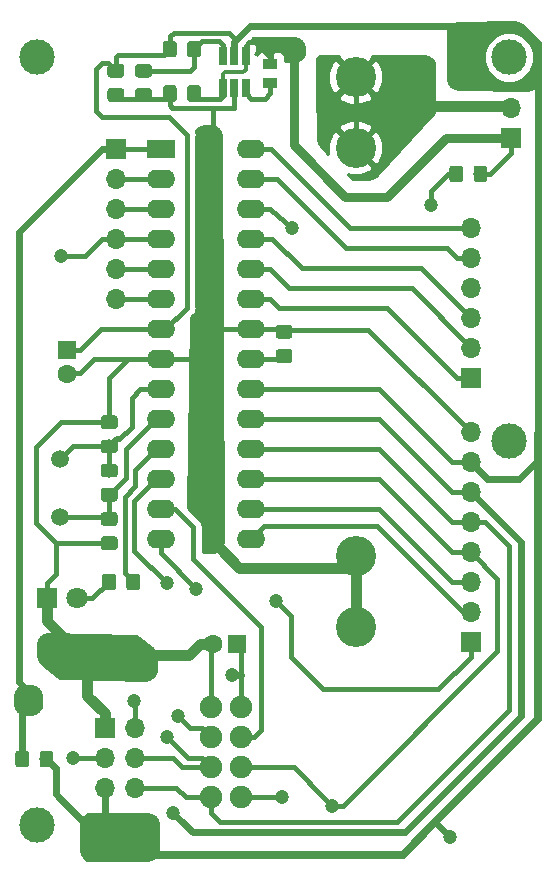
<source format=gbr>
G04 #@! TF.GenerationSoftware,KiCad,Pcbnew,5.0.1-33cea8e~68~ubuntu18.04.1*
G04 #@! TF.CreationDate,2018-11-21T16:18:05-05:00*
G04 #@! TF.ProjectId,samn,73616D6E2E6B696361645F7063620000,5*
G04 #@! TF.SameCoordinates,Original*
G04 #@! TF.FileFunction,Copper,L2,Bot,Mixed*
G04 #@! TF.FilePolarity,Positive*
%FSLAX46Y46*%
G04 Gerber Fmt 4.6, Leading zero omitted, Abs format (unit mm)*
G04 Created by KiCad (PCBNEW 5.0.1-33cea8e~68~ubuntu18.04.1) date Wed 21 Nov 2018 04:18:05 PM EST*
%MOMM*%
%LPD*%
G01*
G04 APERTURE LIST*
G04 #@! TA.AperFunction,ComponentPad*
%ADD10R,1.700000X1.700000*%
G04 #@! TD*
G04 #@! TA.AperFunction,ComponentPad*
%ADD11O,1.700000X1.700000*%
G04 #@! TD*
G04 #@! TA.AperFunction,ComponentPad*
%ADD12C,1.900000*%
G04 #@! TD*
G04 #@! TA.AperFunction,Conductor*
%ADD13C,0.100000*%
G04 #@! TD*
G04 #@! TA.AperFunction,SMDPad,CuDef*
%ADD14C,1.150000*%
G04 #@! TD*
G04 #@! TA.AperFunction,ComponentPad*
%ADD15C,1.800000*%
G04 #@! TD*
G04 #@! TA.AperFunction,ComponentPad*
%ADD16R,1.800000X1.800000*%
G04 #@! TD*
G04 #@! TA.AperFunction,SMDPad,CuDef*
%ADD17R,1.200000X0.950000*%
G04 #@! TD*
G04 #@! TA.AperFunction,ComponentPad*
%ADD18C,3.400000*%
G04 #@! TD*
G04 #@! TA.AperFunction,ComponentPad*
%ADD19C,1.500000*%
G04 #@! TD*
G04 #@! TA.AperFunction,ComponentPad*
%ADD20C,1.600000*%
G04 #@! TD*
G04 #@! TA.AperFunction,ComponentPad*
%ADD21R,1.600000X1.600000*%
G04 #@! TD*
G04 #@! TA.AperFunction,ComponentPad*
%ADD22O,2.400000X1.600000*%
G04 #@! TD*
G04 #@! TA.AperFunction,ComponentPad*
%ADD23R,2.400000X1.600000*%
G04 #@! TD*
G04 #@! TA.AperFunction,SMDPad,CuDef*
%ADD24R,0.650000X1.560000*%
G04 #@! TD*
G04 #@! TA.AperFunction,ViaPad*
%ADD25C,3.000000*%
G04 #@! TD*
G04 #@! TA.AperFunction,ViaPad*
%ADD26C,1.200000*%
G04 #@! TD*
G04 #@! TA.AperFunction,Conductor*
%ADD27C,0.400000*%
G04 #@! TD*
G04 #@! TA.AperFunction,Conductor*
%ADD28C,0.500000*%
G04 #@! TD*
G04 #@! TA.AperFunction,Conductor*
%ADD29C,0.600000*%
G04 #@! TD*
G04 #@! TA.AperFunction,Conductor*
%ADD30C,0.700000*%
G04 #@! TD*
G04 #@! TA.AperFunction,Conductor*
%ADD31C,0.900000*%
G04 #@! TD*
G04 #@! TA.AperFunction,Conductor*
%ADD32C,0.350000*%
G04 #@! TD*
G04 #@! TA.AperFunction,Conductor*
%ADD33C,0.800000*%
G04 #@! TD*
G04 #@! TA.AperFunction,Conductor*
%ADD34C,0.254000*%
G04 #@! TD*
G04 APERTURE END LIST*
D10*
G04 #@! TO.P,J5,1*
G04 #@! TO.N,+1V5*
X63650000Y-29350000D03*
D11*
G04 #@! TO.P,J5,2*
G04 #@! TO.N,Net-(J5-Pad2)*
X63650000Y-26810000D03*
G04 #@! TD*
D12*
G04 #@! TO.P,U3,1*
G04 #@! TO.N,GND*
X38250000Y-77500000D03*
G04 #@! TO.P,U3,2*
G04 #@! TO.N,+3V3*
X40790000Y-77500000D03*
G04 #@! TO.P,U3,3*
G04 #@! TO.N,Net-(U2-Pad12)*
X38250000Y-80040000D03*
G04 #@! TO.P,U3,4*
G04 #@! TO.N,Net-(U2-Pad13)*
X40790000Y-80040000D03*
G04 #@! TO.P,U3,5*
G04 #@! TO.N,SCK*
X38250000Y-82580000D03*
G04 #@! TO.P,U3,6*
G04 #@! TO.N,MOSI*
X40790000Y-82580000D03*
G04 #@! TO.P,U3,7*
G04 #@! TO.N,MISO*
X38250000Y-85120000D03*
G04 #@! TO.P,U3,8*
G04 #@! TO.N,Net-(J3-Pad4)*
X40790000Y-85120000D03*
G04 #@! TD*
D11*
G04 #@! TO.P,J4,6*
G04 #@! TO.N,MISO*
X31790000Y-84330000D03*
G04 #@! TO.P,J4,5*
G04 #@! TO.N,+3V3*
X29250000Y-84330000D03*
G04 #@! TO.P,J4,4*
G04 #@! TO.N,SCK*
X31790000Y-81790000D03*
G04 #@! TO.P,J4,3*
G04 #@! TO.N,MOSI*
X29250000Y-81790000D03*
G04 #@! TO.P,J4,2*
G04 #@! TO.N,Reset*
X31790000Y-79250000D03*
D10*
G04 #@! TO.P,J4,1*
G04 #@! TO.N,GND*
X29250000Y-79250000D03*
G04 #@! TD*
D13*
G04 #@! TO.N,+1V5*
G04 #@! TO.C,R7*
G36*
X61424505Y-31651204D02*
X61448773Y-31654804D01*
X61472572Y-31660765D01*
X61495671Y-31669030D01*
X61517850Y-31679520D01*
X61538893Y-31692132D01*
X61558599Y-31706747D01*
X61576777Y-31723223D01*
X61593253Y-31741401D01*
X61607868Y-31761107D01*
X61620480Y-31782150D01*
X61630970Y-31804329D01*
X61639235Y-31827428D01*
X61645196Y-31851227D01*
X61648796Y-31875495D01*
X61650000Y-31899999D01*
X61650000Y-32800001D01*
X61648796Y-32824505D01*
X61645196Y-32848773D01*
X61639235Y-32872572D01*
X61630970Y-32895671D01*
X61620480Y-32917850D01*
X61607868Y-32938893D01*
X61593253Y-32958599D01*
X61576777Y-32976777D01*
X61558599Y-32993253D01*
X61538893Y-33007868D01*
X61517850Y-33020480D01*
X61495671Y-33030970D01*
X61472572Y-33039235D01*
X61448773Y-33045196D01*
X61424505Y-33048796D01*
X61400001Y-33050000D01*
X60749999Y-33050000D01*
X60725495Y-33048796D01*
X60701227Y-33045196D01*
X60677428Y-33039235D01*
X60654329Y-33030970D01*
X60632150Y-33020480D01*
X60611107Y-33007868D01*
X60591401Y-32993253D01*
X60573223Y-32976777D01*
X60556747Y-32958599D01*
X60542132Y-32938893D01*
X60529520Y-32917850D01*
X60519030Y-32895671D01*
X60510765Y-32872572D01*
X60504804Y-32848773D01*
X60501204Y-32824505D01*
X60500000Y-32800001D01*
X60500000Y-31899999D01*
X60501204Y-31875495D01*
X60504804Y-31851227D01*
X60510765Y-31827428D01*
X60519030Y-31804329D01*
X60529520Y-31782150D01*
X60542132Y-31761107D01*
X60556747Y-31741401D01*
X60573223Y-31723223D01*
X60591401Y-31706747D01*
X60611107Y-31692132D01*
X60632150Y-31679520D01*
X60654329Y-31669030D01*
X60677428Y-31660765D01*
X60701227Y-31654804D01*
X60725495Y-31651204D01*
X60749999Y-31650000D01*
X61400001Y-31650000D01*
X61424505Y-31651204D01*
X61424505Y-31651204D01*
G37*
D14*
G04 #@! TD*
G04 #@! TO.P,R7,2*
G04 #@! TO.N,+1V5*
X61075000Y-32350000D03*
D13*
G04 #@! TO.N,Net-(R7-Pad1)*
G04 #@! TO.C,R7*
G36*
X59374505Y-31651204D02*
X59398773Y-31654804D01*
X59422572Y-31660765D01*
X59445671Y-31669030D01*
X59467850Y-31679520D01*
X59488893Y-31692132D01*
X59508599Y-31706747D01*
X59526777Y-31723223D01*
X59543253Y-31741401D01*
X59557868Y-31761107D01*
X59570480Y-31782150D01*
X59580970Y-31804329D01*
X59589235Y-31827428D01*
X59595196Y-31851227D01*
X59598796Y-31875495D01*
X59600000Y-31899999D01*
X59600000Y-32800001D01*
X59598796Y-32824505D01*
X59595196Y-32848773D01*
X59589235Y-32872572D01*
X59580970Y-32895671D01*
X59570480Y-32917850D01*
X59557868Y-32938893D01*
X59543253Y-32958599D01*
X59526777Y-32976777D01*
X59508599Y-32993253D01*
X59488893Y-33007868D01*
X59467850Y-33020480D01*
X59445671Y-33030970D01*
X59422572Y-33039235D01*
X59398773Y-33045196D01*
X59374505Y-33048796D01*
X59350001Y-33050000D01*
X58699999Y-33050000D01*
X58675495Y-33048796D01*
X58651227Y-33045196D01*
X58627428Y-33039235D01*
X58604329Y-33030970D01*
X58582150Y-33020480D01*
X58561107Y-33007868D01*
X58541401Y-32993253D01*
X58523223Y-32976777D01*
X58506747Y-32958599D01*
X58492132Y-32938893D01*
X58479520Y-32917850D01*
X58469030Y-32895671D01*
X58460765Y-32872572D01*
X58454804Y-32848773D01*
X58451204Y-32824505D01*
X58450000Y-32800001D01*
X58450000Y-31899999D01*
X58451204Y-31875495D01*
X58454804Y-31851227D01*
X58460765Y-31827428D01*
X58469030Y-31804329D01*
X58479520Y-31782150D01*
X58492132Y-31761107D01*
X58506747Y-31741401D01*
X58523223Y-31723223D01*
X58541401Y-31706747D01*
X58561107Y-31692132D01*
X58582150Y-31679520D01*
X58604329Y-31669030D01*
X58627428Y-31660765D01*
X58651227Y-31654804D01*
X58675495Y-31651204D01*
X58699999Y-31650000D01*
X59350001Y-31650000D01*
X59374505Y-31651204D01*
X59374505Y-31651204D01*
G37*
D14*
G04 #@! TD*
G04 #@! TO.P,R7,1*
G04 #@! TO.N,Net-(R7-Pad1)*
X59025000Y-32350000D03*
D15*
G04 #@! TO.P,LED_I1,2*
G04 #@! TO.N,Net-(LED_I1-Pad2)*
X26940000Y-68300000D03*
D16*
G04 #@! TO.P,LED_I1,1*
G04 #@! TO.N,GND*
X24400000Y-68300000D03*
G04 #@! TD*
D17*
G04 #@! TO.P,L1,2*
G04 #@! TO.N,Net-(L1-Pad2)*
X43300000Y-24675200D03*
G04 #@! TO.P,L1,1*
G04 #@! TO.N,+1V5*
X43300000Y-23075200D03*
G04 #@! TD*
D18*
G04 #@! TO.P,V1,2*
G04 #@! TO.N,GND*
X50500000Y-70700000D03*
X50500000Y-64700000D03*
G04 #@! TO.P,V1,1*
G04 #@! TO.N,Net-(J5-Pad2)*
X50500000Y-30150000D03*
X50500000Y-24150000D03*
G04 #@! TD*
D19*
G04 #@! TO.P,Y1,2*
G04 #@! TO.N,Net-(C6-Pad1)*
X25500000Y-61380000D03*
G04 #@! TO.P,Y1,1*
G04 #@! TO.N,Net-(C5-Pad1)*
X25500000Y-56500000D03*
G04 #@! TD*
D13*
G04 #@! TO.N,+3V3*
G04 #@! TO.C,C2*
G36*
X30674505Y-23051204D02*
X30698773Y-23054804D01*
X30722572Y-23060765D01*
X30745671Y-23069030D01*
X30767850Y-23079520D01*
X30788893Y-23092132D01*
X30808599Y-23106747D01*
X30826777Y-23123223D01*
X30843253Y-23141401D01*
X30857868Y-23161107D01*
X30870480Y-23182150D01*
X30880970Y-23204329D01*
X30889235Y-23227428D01*
X30895196Y-23251227D01*
X30898796Y-23275495D01*
X30900000Y-23299999D01*
X30900000Y-23950001D01*
X30898796Y-23974505D01*
X30895196Y-23998773D01*
X30889235Y-24022572D01*
X30880970Y-24045671D01*
X30870480Y-24067850D01*
X30857868Y-24088893D01*
X30843253Y-24108599D01*
X30826777Y-24126777D01*
X30808599Y-24143253D01*
X30788893Y-24157868D01*
X30767850Y-24170480D01*
X30745671Y-24180970D01*
X30722572Y-24189235D01*
X30698773Y-24195196D01*
X30674505Y-24198796D01*
X30650001Y-24200000D01*
X29749999Y-24200000D01*
X29725495Y-24198796D01*
X29701227Y-24195196D01*
X29677428Y-24189235D01*
X29654329Y-24180970D01*
X29632150Y-24170480D01*
X29611107Y-24157868D01*
X29591401Y-24143253D01*
X29573223Y-24126777D01*
X29556747Y-24108599D01*
X29542132Y-24088893D01*
X29529520Y-24067850D01*
X29519030Y-24045671D01*
X29510765Y-24022572D01*
X29504804Y-23998773D01*
X29501204Y-23974505D01*
X29500000Y-23950001D01*
X29500000Y-23299999D01*
X29501204Y-23275495D01*
X29504804Y-23251227D01*
X29510765Y-23227428D01*
X29519030Y-23204329D01*
X29529520Y-23182150D01*
X29542132Y-23161107D01*
X29556747Y-23141401D01*
X29573223Y-23123223D01*
X29591401Y-23106747D01*
X29611107Y-23092132D01*
X29632150Y-23079520D01*
X29654329Y-23069030D01*
X29677428Y-23060765D01*
X29701227Y-23054804D01*
X29725495Y-23051204D01*
X29749999Y-23050000D01*
X30650001Y-23050000D01*
X30674505Y-23051204D01*
X30674505Y-23051204D01*
G37*
D14*
G04 #@! TD*
G04 #@! TO.P,C2,2*
G04 #@! TO.N,+3V3*
X30200000Y-23625000D03*
D13*
G04 #@! TO.N,GND*
G04 #@! TO.C,C2*
G36*
X30674505Y-25101204D02*
X30698773Y-25104804D01*
X30722572Y-25110765D01*
X30745671Y-25119030D01*
X30767850Y-25129520D01*
X30788893Y-25142132D01*
X30808599Y-25156747D01*
X30826777Y-25173223D01*
X30843253Y-25191401D01*
X30857868Y-25211107D01*
X30870480Y-25232150D01*
X30880970Y-25254329D01*
X30889235Y-25277428D01*
X30895196Y-25301227D01*
X30898796Y-25325495D01*
X30900000Y-25349999D01*
X30900000Y-26000001D01*
X30898796Y-26024505D01*
X30895196Y-26048773D01*
X30889235Y-26072572D01*
X30880970Y-26095671D01*
X30870480Y-26117850D01*
X30857868Y-26138893D01*
X30843253Y-26158599D01*
X30826777Y-26176777D01*
X30808599Y-26193253D01*
X30788893Y-26207868D01*
X30767850Y-26220480D01*
X30745671Y-26230970D01*
X30722572Y-26239235D01*
X30698773Y-26245196D01*
X30674505Y-26248796D01*
X30650001Y-26250000D01*
X29749999Y-26250000D01*
X29725495Y-26248796D01*
X29701227Y-26245196D01*
X29677428Y-26239235D01*
X29654329Y-26230970D01*
X29632150Y-26220480D01*
X29611107Y-26207868D01*
X29591401Y-26193253D01*
X29573223Y-26176777D01*
X29556747Y-26158599D01*
X29542132Y-26138893D01*
X29529520Y-26117850D01*
X29519030Y-26095671D01*
X29510765Y-26072572D01*
X29504804Y-26048773D01*
X29501204Y-26024505D01*
X29500000Y-26000001D01*
X29500000Y-25349999D01*
X29501204Y-25325495D01*
X29504804Y-25301227D01*
X29510765Y-25277428D01*
X29519030Y-25254329D01*
X29529520Y-25232150D01*
X29542132Y-25211107D01*
X29556747Y-25191401D01*
X29573223Y-25173223D01*
X29591401Y-25156747D01*
X29611107Y-25142132D01*
X29632150Y-25129520D01*
X29654329Y-25119030D01*
X29677428Y-25110765D01*
X29701227Y-25104804D01*
X29725495Y-25101204D01*
X29749999Y-25100000D01*
X30650001Y-25100000D01*
X30674505Y-25101204D01*
X30674505Y-25101204D01*
G37*
D14*
G04 #@! TD*
G04 #@! TO.P,C2,1*
G04 #@! TO.N,GND*
X30200000Y-25675000D03*
D13*
G04 #@! TO.N,Net-(C3-Pad2)*
G04 #@! TO.C,C3*
G36*
X44924505Y-47201204D02*
X44948773Y-47204804D01*
X44972572Y-47210765D01*
X44995671Y-47219030D01*
X45017850Y-47229520D01*
X45038893Y-47242132D01*
X45058599Y-47256747D01*
X45076777Y-47273223D01*
X45093253Y-47291401D01*
X45107868Y-47311107D01*
X45120480Y-47332150D01*
X45130970Y-47354329D01*
X45139235Y-47377428D01*
X45145196Y-47401227D01*
X45148796Y-47425495D01*
X45150000Y-47449999D01*
X45150000Y-48100001D01*
X45148796Y-48124505D01*
X45145196Y-48148773D01*
X45139235Y-48172572D01*
X45130970Y-48195671D01*
X45120480Y-48217850D01*
X45107868Y-48238893D01*
X45093253Y-48258599D01*
X45076777Y-48276777D01*
X45058599Y-48293253D01*
X45038893Y-48307868D01*
X45017850Y-48320480D01*
X44995671Y-48330970D01*
X44972572Y-48339235D01*
X44948773Y-48345196D01*
X44924505Y-48348796D01*
X44900001Y-48350000D01*
X43999999Y-48350000D01*
X43975495Y-48348796D01*
X43951227Y-48345196D01*
X43927428Y-48339235D01*
X43904329Y-48330970D01*
X43882150Y-48320480D01*
X43861107Y-48307868D01*
X43841401Y-48293253D01*
X43823223Y-48276777D01*
X43806747Y-48258599D01*
X43792132Y-48238893D01*
X43779520Y-48217850D01*
X43769030Y-48195671D01*
X43760765Y-48172572D01*
X43754804Y-48148773D01*
X43751204Y-48124505D01*
X43750000Y-48100001D01*
X43750000Y-47449999D01*
X43751204Y-47425495D01*
X43754804Y-47401227D01*
X43760765Y-47377428D01*
X43769030Y-47354329D01*
X43779520Y-47332150D01*
X43792132Y-47311107D01*
X43806747Y-47291401D01*
X43823223Y-47273223D01*
X43841401Y-47256747D01*
X43861107Y-47242132D01*
X43882150Y-47229520D01*
X43904329Y-47219030D01*
X43927428Y-47210765D01*
X43951227Y-47204804D01*
X43975495Y-47201204D01*
X43999999Y-47200000D01*
X44900001Y-47200000D01*
X44924505Y-47201204D01*
X44924505Y-47201204D01*
G37*
D14*
G04 #@! TD*
G04 #@! TO.P,C3,2*
G04 #@! TO.N,Net-(C3-Pad2)*
X44450000Y-47775000D03*
D13*
G04 #@! TO.N,GND*
G04 #@! TO.C,C3*
G36*
X44924505Y-45151204D02*
X44948773Y-45154804D01*
X44972572Y-45160765D01*
X44995671Y-45169030D01*
X45017850Y-45179520D01*
X45038893Y-45192132D01*
X45058599Y-45206747D01*
X45076777Y-45223223D01*
X45093253Y-45241401D01*
X45107868Y-45261107D01*
X45120480Y-45282150D01*
X45130970Y-45304329D01*
X45139235Y-45327428D01*
X45145196Y-45351227D01*
X45148796Y-45375495D01*
X45150000Y-45399999D01*
X45150000Y-46050001D01*
X45148796Y-46074505D01*
X45145196Y-46098773D01*
X45139235Y-46122572D01*
X45130970Y-46145671D01*
X45120480Y-46167850D01*
X45107868Y-46188893D01*
X45093253Y-46208599D01*
X45076777Y-46226777D01*
X45058599Y-46243253D01*
X45038893Y-46257868D01*
X45017850Y-46270480D01*
X44995671Y-46280970D01*
X44972572Y-46289235D01*
X44948773Y-46295196D01*
X44924505Y-46298796D01*
X44900001Y-46300000D01*
X43999999Y-46300000D01*
X43975495Y-46298796D01*
X43951227Y-46295196D01*
X43927428Y-46289235D01*
X43904329Y-46280970D01*
X43882150Y-46270480D01*
X43861107Y-46257868D01*
X43841401Y-46243253D01*
X43823223Y-46226777D01*
X43806747Y-46208599D01*
X43792132Y-46188893D01*
X43779520Y-46167850D01*
X43769030Y-46145671D01*
X43760765Y-46122572D01*
X43754804Y-46098773D01*
X43751204Y-46074505D01*
X43750000Y-46050001D01*
X43750000Y-45399999D01*
X43751204Y-45375495D01*
X43754804Y-45351227D01*
X43760765Y-45327428D01*
X43769030Y-45304329D01*
X43779520Y-45282150D01*
X43792132Y-45261107D01*
X43806747Y-45241401D01*
X43823223Y-45223223D01*
X43841401Y-45206747D01*
X43861107Y-45192132D01*
X43882150Y-45179520D01*
X43904329Y-45169030D01*
X43927428Y-45160765D01*
X43951227Y-45154804D01*
X43975495Y-45151204D01*
X43999999Y-45150000D01*
X44900001Y-45150000D01*
X44924505Y-45151204D01*
X44924505Y-45151204D01*
G37*
D14*
G04 #@! TD*
G04 #@! TO.P,C3,1*
G04 #@! TO.N,GND*
X44450000Y-45725000D03*
D13*
G04 #@! TO.N,GND*
G04 #@! TO.C,C5*
G36*
X30124505Y-52801204D02*
X30148773Y-52804804D01*
X30172572Y-52810765D01*
X30195671Y-52819030D01*
X30217850Y-52829520D01*
X30238893Y-52842132D01*
X30258599Y-52856747D01*
X30276777Y-52873223D01*
X30293253Y-52891401D01*
X30307868Y-52911107D01*
X30320480Y-52932150D01*
X30330970Y-52954329D01*
X30339235Y-52977428D01*
X30345196Y-53001227D01*
X30348796Y-53025495D01*
X30350000Y-53049999D01*
X30350000Y-53700001D01*
X30348796Y-53724505D01*
X30345196Y-53748773D01*
X30339235Y-53772572D01*
X30330970Y-53795671D01*
X30320480Y-53817850D01*
X30307868Y-53838893D01*
X30293253Y-53858599D01*
X30276777Y-53876777D01*
X30258599Y-53893253D01*
X30238893Y-53907868D01*
X30217850Y-53920480D01*
X30195671Y-53930970D01*
X30172572Y-53939235D01*
X30148773Y-53945196D01*
X30124505Y-53948796D01*
X30100001Y-53950000D01*
X29199999Y-53950000D01*
X29175495Y-53948796D01*
X29151227Y-53945196D01*
X29127428Y-53939235D01*
X29104329Y-53930970D01*
X29082150Y-53920480D01*
X29061107Y-53907868D01*
X29041401Y-53893253D01*
X29023223Y-53876777D01*
X29006747Y-53858599D01*
X28992132Y-53838893D01*
X28979520Y-53817850D01*
X28969030Y-53795671D01*
X28960765Y-53772572D01*
X28954804Y-53748773D01*
X28951204Y-53724505D01*
X28950000Y-53700001D01*
X28950000Y-53049999D01*
X28951204Y-53025495D01*
X28954804Y-53001227D01*
X28960765Y-52977428D01*
X28969030Y-52954329D01*
X28979520Y-52932150D01*
X28992132Y-52911107D01*
X29006747Y-52891401D01*
X29023223Y-52873223D01*
X29041401Y-52856747D01*
X29061107Y-52842132D01*
X29082150Y-52829520D01*
X29104329Y-52819030D01*
X29127428Y-52810765D01*
X29151227Y-52804804D01*
X29175495Y-52801204D01*
X29199999Y-52800000D01*
X30100001Y-52800000D01*
X30124505Y-52801204D01*
X30124505Y-52801204D01*
G37*
D14*
G04 #@! TD*
G04 #@! TO.P,C5,2*
G04 #@! TO.N,GND*
X29650000Y-53375000D03*
D13*
G04 #@! TO.N,Net-(C5-Pad1)*
G04 #@! TO.C,C5*
G36*
X30124505Y-54851204D02*
X30148773Y-54854804D01*
X30172572Y-54860765D01*
X30195671Y-54869030D01*
X30217850Y-54879520D01*
X30238893Y-54892132D01*
X30258599Y-54906747D01*
X30276777Y-54923223D01*
X30293253Y-54941401D01*
X30307868Y-54961107D01*
X30320480Y-54982150D01*
X30330970Y-55004329D01*
X30339235Y-55027428D01*
X30345196Y-55051227D01*
X30348796Y-55075495D01*
X30350000Y-55099999D01*
X30350000Y-55750001D01*
X30348796Y-55774505D01*
X30345196Y-55798773D01*
X30339235Y-55822572D01*
X30330970Y-55845671D01*
X30320480Y-55867850D01*
X30307868Y-55888893D01*
X30293253Y-55908599D01*
X30276777Y-55926777D01*
X30258599Y-55943253D01*
X30238893Y-55957868D01*
X30217850Y-55970480D01*
X30195671Y-55980970D01*
X30172572Y-55989235D01*
X30148773Y-55995196D01*
X30124505Y-55998796D01*
X30100001Y-56000000D01*
X29199999Y-56000000D01*
X29175495Y-55998796D01*
X29151227Y-55995196D01*
X29127428Y-55989235D01*
X29104329Y-55980970D01*
X29082150Y-55970480D01*
X29061107Y-55957868D01*
X29041401Y-55943253D01*
X29023223Y-55926777D01*
X29006747Y-55908599D01*
X28992132Y-55888893D01*
X28979520Y-55867850D01*
X28969030Y-55845671D01*
X28960765Y-55822572D01*
X28954804Y-55798773D01*
X28951204Y-55774505D01*
X28950000Y-55750001D01*
X28950000Y-55099999D01*
X28951204Y-55075495D01*
X28954804Y-55051227D01*
X28960765Y-55027428D01*
X28969030Y-55004329D01*
X28979520Y-54982150D01*
X28992132Y-54961107D01*
X29006747Y-54941401D01*
X29023223Y-54923223D01*
X29041401Y-54906747D01*
X29061107Y-54892132D01*
X29082150Y-54879520D01*
X29104329Y-54869030D01*
X29127428Y-54860765D01*
X29151227Y-54854804D01*
X29175495Y-54851204D01*
X29199999Y-54850000D01*
X30100001Y-54850000D01*
X30124505Y-54851204D01*
X30124505Y-54851204D01*
G37*
D14*
G04 #@! TD*
G04 #@! TO.P,C5,1*
G04 #@! TO.N,Net-(C5-Pad1)*
X29650000Y-55425000D03*
D13*
G04 #@! TO.N,GND*
G04 #@! TO.C,C6*
G36*
X30124505Y-63051204D02*
X30148773Y-63054804D01*
X30172572Y-63060765D01*
X30195671Y-63069030D01*
X30217850Y-63079520D01*
X30238893Y-63092132D01*
X30258599Y-63106747D01*
X30276777Y-63123223D01*
X30293253Y-63141401D01*
X30307868Y-63161107D01*
X30320480Y-63182150D01*
X30330970Y-63204329D01*
X30339235Y-63227428D01*
X30345196Y-63251227D01*
X30348796Y-63275495D01*
X30350000Y-63299999D01*
X30350000Y-63950001D01*
X30348796Y-63974505D01*
X30345196Y-63998773D01*
X30339235Y-64022572D01*
X30330970Y-64045671D01*
X30320480Y-64067850D01*
X30307868Y-64088893D01*
X30293253Y-64108599D01*
X30276777Y-64126777D01*
X30258599Y-64143253D01*
X30238893Y-64157868D01*
X30217850Y-64170480D01*
X30195671Y-64180970D01*
X30172572Y-64189235D01*
X30148773Y-64195196D01*
X30124505Y-64198796D01*
X30100001Y-64200000D01*
X29199999Y-64200000D01*
X29175495Y-64198796D01*
X29151227Y-64195196D01*
X29127428Y-64189235D01*
X29104329Y-64180970D01*
X29082150Y-64170480D01*
X29061107Y-64157868D01*
X29041401Y-64143253D01*
X29023223Y-64126777D01*
X29006747Y-64108599D01*
X28992132Y-64088893D01*
X28979520Y-64067850D01*
X28969030Y-64045671D01*
X28960765Y-64022572D01*
X28954804Y-63998773D01*
X28951204Y-63974505D01*
X28950000Y-63950001D01*
X28950000Y-63299999D01*
X28951204Y-63275495D01*
X28954804Y-63251227D01*
X28960765Y-63227428D01*
X28969030Y-63204329D01*
X28979520Y-63182150D01*
X28992132Y-63161107D01*
X29006747Y-63141401D01*
X29023223Y-63123223D01*
X29041401Y-63106747D01*
X29061107Y-63092132D01*
X29082150Y-63079520D01*
X29104329Y-63069030D01*
X29127428Y-63060765D01*
X29151227Y-63054804D01*
X29175495Y-63051204D01*
X29199999Y-63050000D01*
X30100001Y-63050000D01*
X30124505Y-63051204D01*
X30124505Y-63051204D01*
G37*
D14*
G04 #@! TD*
G04 #@! TO.P,C6,2*
G04 #@! TO.N,GND*
X29650000Y-63625000D03*
D13*
G04 #@! TO.N,Net-(C6-Pad1)*
G04 #@! TO.C,C6*
G36*
X30124505Y-61001204D02*
X30148773Y-61004804D01*
X30172572Y-61010765D01*
X30195671Y-61019030D01*
X30217850Y-61029520D01*
X30238893Y-61042132D01*
X30258599Y-61056747D01*
X30276777Y-61073223D01*
X30293253Y-61091401D01*
X30307868Y-61111107D01*
X30320480Y-61132150D01*
X30330970Y-61154329D01*
X30339235Y-61177428D01*
X30345196Y-61201227D01*
X30348796Y-61225495D01*
X30350000Y-61249999D01*
X30350000Y-61900001D01*
X30348796Y-61924505D01*
X30345196Y-61948773D01*
X30339235Y-61972572D01*
X30330970Y-61995671D01*
X30320480Y-62017850D01*
X30307868Y-62038893D01*
X30293253Y-62058599D01*
X30276777Y-62076777D01*
X30258599Y-62093253D01*
X30238893Y-62107868D01*
X30217850Y-62120480D01*
X30195671Y-62130970D01*
X30172572Y-62139235D01*
X30148773Y-62145196D01*
X30124505Y-62148796D01*
X30100001Y-62150000D01*
X29199999Y-62150000D01*
X29175495Y-62148796D01*
X29151227Y-62145196D01*
X29127428Y-62139235D01*
X29104329Y-62130970D01*
X29082150Y-62120480D01*
X29061107Y-62107868D01*
X29041401Y-62093253D01*
X29023223Y-62076777D01*
X29006747Y-62058599D01*
X28992132Y-62038893D01*
X28979520Y-62017850D01*
X28969030Y-61995671D01*
X28960765Y-61972572D01*
X28954804Y-61948773D01*
X28951204Y-61924505D01*
X28950000Y-61900001D01*
X28950000Y-61249999D01*
X28951204Y-61225495D01*
X28954804Y-61201227D01*
X28960765Y-61177428D01*
X28969030Y-61154329D01*
X28979520Y-61132150D01*
X28992132Y-61111107D01*
X29006747Y-61091401D01*
X29023223Y-61073223D01*
X29041401Y-61056747D01*
X29061107Y-61042132D01*
X29082150Y-61029520D01*
X29104329Y-61019030D01*
X29127428Y-61010765D01*
X29151227Y-61004804D01*
X29175495Y-61001204D01*
X29199999Y-61000000D01*
X30100001Y-61000000D01*
X30124505Y-61001204D01*
X30124505Y-61001204D01*
G37*
D14*
G04 #@! TD*
G04 #@! TO.P,C6,1*
G04 #@! TO.N,Net-(C6-Pad1)*
X29650000Y-61575000D03*
D13*
G04 #@! TO.N,GND*
G04 #@! TO.C,C1*
G36*
X35124505Y-24851204D02*
X35148773Y-24854804D01*
X35172572Y-24860765D01*
X35195671Y-24869030D01*
X35217850Y-24879520D01*
X35238893Y-24892132D01*
X35258599Y-24906747D01*
X35276777Y-24923223D01*
X35293253Y-24941401D01*
X35307868Y-24961107D01*
X35320480Y-24982150D01*
X35330970Y-25004329D01*
X35339235Y-25027428D01*
X35345196Y-25051227D01*
X35348796Y-25075495D01*
X35350000Y-25099999D01*
X35350000Y-26000001D01*
X35348796Y-26024505D01*
X35345196Y-26048773D01*
X35339235Y-26072572D01*
X35330970Y-26095671D01*
X35320480Y-26117850D01*
X35307868Y-26138893D01*
X35293253Y-26158599D01*
X35276777Y-26176777D01*
X35258599Y-26193253D01*
X35238893Y-26207868D01*
X35217850Y-26220480D01*
X35195671Y-26230970D01*
X35172572Y-26239235D01*
X35148773Y-26245196D01*
X35124505Y-26248796D01*
X35100001Y-26250000D01*
X34449999Y-26250000D01*
X34425495Y-26248796D01*
X34401227Y-26245196D01*
X34377428Y-26239235D01*
X34354329Y-26230970D01*
X34332150Y-26220480D01*
X34311107Y-26207868D01*
X34291401Y-26193253D01*
X34273223Y-26176777D01*
X34256747Y-26158599D01*
X34242132Y-26138893D01*
X34229520Y-26117850D01*
X34219030Y-26095671D01*
X34210765Y-26072572D01*
X34204804Y-26048773D01*
X34201204Y-26024505D01*
X34200000Y-26000001D01*
X34200000Y-25099999D01*
X34201204Y-25075495D01*
X34204804Y-25051227D01*
X34210765Y-25027428D01*
X34219030Y-25004329D01*
X34229520Y-24982150D01*
X34242132Y-24961107D01*
X34256747Y-24941401D01*
X34273223Y-24923223D01*
X34291401Y-24906747D01*
X34311107Y-24892132D01*
X34332150Y-24879520D01*
X34354329Y-24869030D01*
X34377428Y-24860765D01*
X34401227Y-24854804D01*
X34425495Y-24851204D01*
X34449999Y-24850000D01*
X35100001Y-24850000D01*
X35124505Y-24851204D01*
X35124505Y-24851204D01*
G37*
D14*
G04 #@! TD*
G04 #@! TO.P,C1,2*
G04 #@! TO.N,GND*
X34775000Y-25550000D03*
D13*
G04 #@! TO.N,+1V5*
G04 #@! TO.C,C1*
G36*
X37174505Y-24851204D02*
X37198773Y-24854804D01*
X37222572Y-24860765D01*
X37245671Y-24869030D01*
X37267850Y-24879520D01*
X37288893Y-24892132D01*
X37308599Y-24906747D01*
X37326777Y-24923223D01*
X37343253Y-24941401D01*
X37357868Y-24961107D01*
X37370480Y-24982150D01*
X37380970Y-25004329D01*
X37389235Y-25027428D01*
X37395196Y-25051227D01*
X37398796Y-25075495D01*
X37400000Y-25099999D01*
X37400000Y-26000001D01*
X37398796Y-26024505D01*
X37395196Y-26048773D01*
X37389235Y-26072572D01*
X37380970Y-26095671D01*
X37370480Y-26117850D01*
X37357868Y-26138893D01*
X37343253Y-26158599D01*
X37326777Y-26176777D01*
X37308599Y-26193253D01*
X37288893Y-26207868D01*
X37267850Y-26220480D01*
X37245671Y-26230970D01*
X37222572Y-26239235D01*
X37198773Y-26245196D01*
X37174505Y-26248796D01*
X37150001Y-26250000D01*
X36499999Y-26250000D01*
X36475495Y-26248796D01*
X36451227Y-26245196D01*
X36427428Y-26239235D01*
X36404329Y-26230970D01*
X36382150Y-26220480D01*
X36361107Y-26207868D01*
X36341401Y-26193253D01*
X36323223Y-26176777D01*
X36306747Y-26158599D01*
X36292132Y-26138893D01*
X36279520Y-26117850D01*
X36269030Y-26095671D01*
X36260765Y-26072572D01*
X36254804Y-26048773D01*
X36251204Y-26024505D01*
X36250000Y-26000001D01*
X36250000Y-25099999D01*
X36251204Y-25075495D01*
X36254804Y-25051227D01*
X36260765Y-25027428D01*
X36269030Y-25004329D01*
X36279520Y-24982150D01*
X36292132Y-24961107D01*
X36306747Y-24941401D01*
X36323223Y-24923223D01*
X36341401Y-24906747D01*
X36361107Y-24892132D01*
X36382150Y-24879520D01*
X36404329Y-24869030D01*
X36427428Y-24860765D01*
X36451227Y-24854804D01*
X36475495Y-24851204D01*
X36499999Y-24850000D01*
X37150001Y-24850000D01*
X37174505Y-24851204D01*
X37174505Y-24851204D01*
G37*
D14*
G04 #@! TD*
G04 #@! TO.P,C1,1*
G04 #@! TO.N,+1V5*
X36825000Y-25550000D03*
D20*
G04 #@! TO.P,C4,2*
G04 #@! TO.N,GND*
X26050000Y-49300000D03*
D21*
G04 #@! TO.P,C4,1*
G04 #@! TO.N,+3V3*
X26050000Y-47300000D03*
G04 #@! TD*
D20*
G04 #@! TO.P,C7,2*
G04 #@! TO.N,GND*
X38450000Y-72150000D03*
D21*
G04 #@! TO.P,C7,1*
G04 #@! TO.N,+3V3*
X40450000Y-72150000D03*
G04 #@! TD*
D11*
G04 #@! TO.P,J1,6*
G04 #@! TO.N,Net-(J1-Pad6)*
X60300000Y-36950000D03*
G04 #@! TO.P,J1,5*
G04 #@! TO.N,Net-(J1-Pad5)*
X60300000Y-39490000D03*
G04 #@! TO.P,J1,4*
G04 #@! TO.N,Net-(J1-Pad4)*
X60300000Y-42030000D03*
G04 #@! TO.P,J1,3*
G04 #@! TO.N,Net-(J1-Pad3)*
X60300000Y-44570000D03*
G04 #@! TO.P,J1,2*
G04 #@! TO.N,Net-(J1-Pad2)*
X60300000Y-47110000D03*
D10*
G04 #@! TO.P,J1,1*
G04 #@! TO.N,Net-(J1-Pad1)*
X60300000Y-49650000D03*
G04 #@! TD*
D11*
G04 #@! TO.P,J3,6*
G04 #@! TO.N,Net-(J3-Pad6)*
X30250000Y-42950000D03*
G04 #@! TO.P,J3,5*
G04 #@! TO.N,Net-(J3-Pad5)*
X30250000Y-40410000D03*
G04 #@! TO.P,J3,4*
G04 #@! TO.N,Net-(J3-Pad4)*
X30250000Y-37870000D03*
G04 #@! TO.P,J3,3*
G04 #@! TO.N,Net-(J3-Pad3)*
X30250000Y-35330000D03*
G04 #@! TO.P,J3,2*
G04 #@! TO.N,Net-(J3-Pad2)*
X30250000Y-32790000D03*
D10*
G04 #@! TO.P,J3,1*
G04 #@! TO.N,Reset*
X30250000Y-30250000D03*
G04 #@! TD*
D11*
G04 #@! TO.P,J2,8*
G04 #@! TO.N,GND*
X60250000Y-54220000D03*
G04 #@! TO.P,J2,7*
G04 #@! TO.N,+3V3*
X60250000Y-56760000D03*
G04 #@! TO.P,J2,6*
G04 #@! TO.N,SCK*
X60250000Y-59300000D03*
G04 #@! TO.P,J2,5*
G04 #@! TO.N,MISO*
X60250000Y-61840000D03*
G04 #@! TO.P,J2,4*
G04 #@! TO.N,MOSI*
X60250000Y-64380000D03*
G04 #@! TO.P,J2,3*
G04 #@! TO.N,Net-(J2-Pad3)*
X60250000Y-66920000D03*
G04 #@! TO.P,J2,2*
G04 #@! TO.N,Net-(J2-Pad2)*
X60250000Y-69460000D03*
D10*
G04 #@! TO.P,J2,1*
G04 #@! TO.N,Net-(J2-Pad1)*
X60250000Y-72000000D03*
G04 #@! TD*
D22*
G04 #@! TO.P,U2,28*
G04 #@! TO.N,Net-(J1-Pad6)*
X41620000Y-30250000D03*
G04 #@! TO.P,U2,14*
G04 #@! TO.N,Net-(J2-Pad1)*
X34000000Y-63270000D03*
G04 #@! TO.P,U2,27*
G04 #@! TO.N,Net-(J1-Pad5)*
X41620000Y-32790000D03*
G04 #@! TO.P,U2,13*
G04 #@! TO.N,Net-(U2-Pad13)*
X34000000Y-60730000D03*
G04 #@! TO.P,U2,26*
G04 #@! TO.N,Net-(R7-Pad1)*
X41620000Y-35330000D03*
G04 #@! TO.P,U2,12*
G04 #@! TO.N,Net-(U2-Pad12)*
X34000000Y-58190000D03*
G04 #@! TO.P,U2,25*
G04 #@! TO.N,Net-(J1-Pad3)*
X41620000Y-37870000D03*
G04 #@! TO.P,U2,11*
G04 #@! TO.N,Net-(R4-Pad2)*
X34000000Y-55650000D03*
G04 #@! TO.P,U2,24*
G04 #@! TO.N,Net-(J1-Pad2)*
X41620000Y-40410000D03*
G04 #@! TO.P,U2,10*
G04 #@! TO.N,Net-(C6-Pad1)*
X34000000Y-53110000D03*
G04 #@! TO.P,U2,23*
G04 #@! TO.N,Net-(J1-Pad1)*
X41620000Y-42950000D03*
G04 #@! TO.P,U2,9*
G04 #@! TO.N,Net-(C5-Pad1)*
X34000000Y-50570000D03*
G04 #@! TO.P,U2,22*
G04 #@! TO.N,GND*
X41620000Y-45490000D03*
G04 #@! TO.P,U2,8*
X34000000Y-48030000D03*
G04 #@! TO.P,U2,21*
G04 #@! TO.N,Net-(C3-Pad2)*
X41620000Y-48030000D03*
G04 #@! TO.P,U2,7*
G04 #@! TO.N,+3V3*
X34000000Y-45490000D03*
G04 #@! TO.P,U2,20*
X41620000Y-50570000D03*
G04 #@! TO.P,U2,6*
G04 #@! TO.N,Net-(J3-Pad6)*
X34000000Y-42950000D03*
G04 #@! TO.P,U2,19*
G04 #@! TO.N,SCK*
X41620000Y-53110000D03*
G04 #@! TO.P,U2,5*
G04 #@! TO.N,Net-(J3-Pad5)*
X34000000Y-40410000D03*
G04 #@! TO.P,U2,18*
G04 #@! TO.N,MISO*
X41620000Y-55650000D03*
G04 #@! TO.P,U2,4*
G04 #@! TO.N,Net-(J3-Pad4)*
X34000000Y-37870000D03*
G04 #@! TO.P,U2,17*
G04 #@! TO.N,MOSI*
X41620000Y-58190000D03*
G04 #@! TO.P,U2,3*
G04 #@! TO.N,Net-(J3-Pad3)*
X34000000Y-35330000D03*
G04 #@! TO.P,U2,16*
G04 #@! TO.N,Net-(J2-Pad3)*
X41620000Y-60730000D03*
G04 #@! TO.P,U2,2*
G04 #@! TO.N,Net-(J3-Pad2)*
X34000000Y-32790000D03*
G04 #@! TO.P,U2,15*
G04 #@! TO.N,Net-(J2-Pad2)*
X41620000Y-63270000D03*
D23*
G04 #@! TO.P,U2,1*
G04 #@! TO.N,Reset*
X34000000Y-30250000D03*
G04 #@! TD*
D24*
G04 #@! TO.P,U1,5*
G04 #@! TO.N,+3V3*
X40237600Y-22345000D03*
G04 #@! TO.P,U1,6*
G04 #@! TO.N,+1V5*
X41187600Y-22345000D03*
G04 #@! TO.P,U1,4*
G04 #@! TO.N,Net-(R1-Pad2)*
X39287600Y-22345000D03*
G04 #@! TO.P,U1,3*
G04 #@! TO.N,+1V5*
X39287600Y-25045000D03*
G04 #@! TO.P,U1,2*
G04 #@! TO.N,GND*
X40237600Y-25045000D03*
G04 #@! TO.P,U1,1*
G04 #@! TO.N,Net-(L1-Pad2)*
X41187600Y-25045000D03*
G04 #@! TD*
D13*
G04 #@! TO.N,Net-(R4-Pad2)*
G04 #@! TO.C,R4*
G36*
X32024505Y-66201204D02*
X32048773Y-66204804D01*
X32072572Y-66210765D01*
X32095671Y-66219030D01*
X32117850Y-66229520D01*
X32138893Y-66242132D01*
X32158599Y-66256747D01*
X32176777Y-66273223D01*
X32193253Y-66291401D01*
X32207868Y-66311107D01*
X32220480Y-66332150D01*
X32230970Y-66354329D01*
X32239235Y-66377428D01*
X32245196Y-66401227D01*
X32248796Y-66425495D01*
X32250000Y-66449999D01*
X32250000Y-67350001D01*
X32248796Y-67374505D01*
X32245196Y-67398773D01*
X32239235Y-67422572D01*
X32230970Y-67445671D01*
X32220480Y-67467850D01*
X32207868Y-67488893D01*
X32193253Y-67508599D01*
X32176777Y-67526777D01*
X32158599Y-67543253D01*
X32138893Y-67557868D01*
X32117850Y-67570480D01*
X32095671Y-67580970D01*
X32072572Y-67589235D01*
X32048773Y-67595196D01*
X32024505Y-67598796D01*
X32000001Y-67600000D01*
X31349999Y-67600000D01*
X31325495Y-67598796D01*
X31301227Y-67595196D01*
X31277428Y-67589235D01*
X31254329Y-67580970D01*
X31232150Y-67570480D01*
X31211107Y-67557868D01*
X31191401Y-67543253D01*
X31173223Y-67526777D01*
X31156747Y-67508599D01*
X31142132Y-67488893D01*
X31129520Y-67467850D01*
X31119030Y-67445671D01*
X31110765Y-67422572D01*
X31104804Y-67398773D01*
X31101204Y-67374505D01*
X31100000Y-67350001D01*
X31100000Y-66449999D01*
X31101204Y-66425495D01*
X31104804Y-66401227D01*
X31110765Y-66377428D01*
X31119030Y-66354329D01*
X31129520Y-66332150D01*
X31142132Y-66311107D01*
X31156747Y-66291401D01*
X31173223Y-66273223D01*
X31191401Y-66256747D01*
X31211107Y-66242132D01*
X31232150Y-66229520D01*
X31254329Y-66219030D01*
X31277428Y-66210765D01*
X31301227Y-66204804D01*
X31325495Y-66201204D01*
X31349999Y-66200000D01*
X32000001Y-66200000D01*
X32024505Y-66201204D01*
X32024505Y-66201204D01*
G37*
D14*
G04 #@! TD*
G04 #@! TO.P,R4,2*
G04 #@! TO.N,Net-(R4-Pad2)*
X31675000Y-66900000D03*
D13*
G04 #@! TO.N,Net-(LED_I1-Pad2)*
G04 #@! TO.C,R4*
G36*
X29974505Y-66201204D02*
X29998773Y-66204804D01*
X30022572Y-66210765D01*
X30045671Y-66219030D01*
X30067850Y-66229520D01*
X30088893Y-66242132D01*
X30108599Y-66256747D01*
X30126777Y-66273223D01*
X30143253Y-66291401D01*
X30157868Y-66311107D01*
X30170480Y-66332150D01*
X30180970Y-66354329D01*
X30189235Y-66377428D01*
X30195196Y-66401227D01*
X30198796Y-66425495D01*
X30200000Y-66449999D01*
X30200000Y-67350001D01*
X30198796Y-67374505D01*
X30195196Y-67398773D01*
X30189235Y-67422572D01*
X30180970Y-67445671D01*
X30170480Y-67467850D01*
X30157868Y-67488893D01*
X30143253Y-67508599D01*
X30126777Y-67526777D01*
X30108599Y-67543253D01*
X30088893Y-67557868D01*
X30067850Y-67570480D01*
X30045671Y-67580970D01*
X30022572Y-67589235D01*
X29998773Y-67595196D01*
X29974505Y-67598796D01*
X29950001Y-67600000D01*
X29299999Y-67600000D01*
X29275495Y-67598796D01*
X29251227Y-67595196D01*
X29227428Y-67589235D01*
X29204329Y-67580970D01*
X29182150Y-67570480D01*
X29161107Y-67557868D01*
X29141401Y-67543253D01*
X29123223Y-67526777D01*
X29106747Y-67508599D01*
X29092132Y-67488893D01*
X29079520Y-67467850D01*
X29069030Y-67445671D01*
X29060765Y-67422572D01*
X29054804Y-67398773D01*
X29051204Y-67374505D01*
X29050000Y-67350001D01*
X29050000Y-66449999D01*
X29051204Y-66425495D01*
X29054804Y-66401227D01*
X29060765Y-66377428D01*
X29069030Y-66354329D01*
X29079520Y-66332150D01*
X29092132Y-66311107D01*
X29106747Y-66291401D01*
X29123223Y-66273223D01*
X29141401Y-66256747D01*
X29161107Y-66242132D01*
X29182150Y-66229520D01*
X29204329Y-66219030D01*
X29227428Y-66210765D01*
X29251227Y-66204804D01*
X29275495Y-66201204D01*
X29299999Y-66200000D01*
X29950001Y-66200000D01*
X29974505Y-66201204D01*
X29974505Y-66201204D01*
G37*
D14*
G04 #@! TD*
G04 #@! TO.P,R4,1*
G04 #@! TO.N,Net-(LED_I1-Pad2)*
X29625000Y-66900000D03*
D13*
G04 #@! TO.N,Net-(R1-Pad2)*
G04 #@! TO.C,R1*
G36*
X37174505Y-21101204D02*
X37198773Y-21104804D01*
X37222572Y-21110765D01*
X37245671Y-21119030D01*
X37267850Y-21129520D01*
X37288893Y-21142132D01*
X37308599Y-21156747D01*
X37326777Y-21173223D01*
X37343253Y-21191401D01*
X37357868Y-21211107D01*
X37370480Y-21232150D01*
X37380970Y-21254329D01*
X37389235Y-21277428D01*
X37395196Y-21301227D01*
X37398796Y-21325495D01*
X37400000Y-21349999D01*
X37400000Y-22250001D01*
X37398796Y-22274505D01*
X37395196Y-22298773D01*
X37389235Y-22322572D01*
X37380970Y-22345671D01*
X37370480Y-22367850D01*
X37357868Y-22388893D01*
X37343253Y-22408599D01*
X37326777Y-22426777D01*
X37308599Y-22443253D01*
X37288893Y-22457868D01*
X37267850Y-22470480D01*
X37245671Y-22480970D01*
X37222572Y-22489235D01*
X37198773Y-22495196D01*
X37174505Y-22498796D01*
X37150001Y-22500000D01*
X36499999Y-22500000D01*
X36475495Y-22498796D01*
X36451227Y-22495196D01*
X36427428Y-22489235D01*
X36404329Y-22480970D01*
X36382150Y-22470480D01*
X36361107Y-22457868D01*
X36341401Y-22443253D01*
X36323223Y-22426777D01*
X36306747Y-22408599D01*
X36292132Y-22388893D01*
X36279520Y-22367850D01*
X36269030Y-22345671D01*
X36260765Y-22322572D01*
X36254804Y-22298773D01*
X36251204Y-22274505D01*
X36250000Y-22250001D01*
X36250000Y-21349999D01*
X36251204Y-21325495D01*
X36254804Y-21301227D01*
X36260765Y-21277428D01*
X36269030Y-21254329D01*
X36279520Y-21232150D01*
X36292132Y-21211107D01*
X36306747Y-21191401D01*
X36323223Y-21173223D01*
X36341401Y-21156747D01*
X36361107Y-21142132D01*
X36382150Y-21129520D01*
X36404329Y-21119030D01*
X36427428Y-21110765D01*
X36451227Y-21104804D01*
X36475495Y-21101204D01*
X36499999Y-21100000D01*
X37150001Y-21100000D01*
X37174505Y-21101204D01*
X37174505Y-21101204D01*
G37*
D14*
G04 #@! TD*
G04 #@! TO.P,R1,2*
G04 #@! TO.N,Net-(R1-Pad2)*
X36825000Y-21800000D03*
D13*
G04 #@! TO.N,+3V3*
G04 #@! TO.C,R1*
G36*
X35124505Y-21101204D02*
X35148773Y-21104804D01*
X35172572Y-21110765D01*
X35195671Y-21119030D01*
X35217850Y-21129520D01*
X35238893Y-21142132D01*
X35258599Y-21156747D01*
X35276777Y-21173223D01*
X35293253Y-21191401D01*
X35307868Y-21211107D01*
X35320480Y-21232150D01*
X35330970Y-21254329D01*
X35339235Y-21277428D01*
X35345196Y-21301227D01*
X35348796Y-21325495D01*
X35350000Y-21349999D01*
X35350000Y-22250001D01*
X35348796Y-22274505D01*
X35345196Y-22298773D01*
X35339235Y-22322572D01*
X35330970Y-22345671D01*
X35320480Y-22367850D01*
X35307868Y-22388893D01*
X35293253Y-22408599D01*
X35276777Y-22426777D01*
X35258599Y-22443253D01*
X35238893Y-22457868D01*
X35217850Y-22470480D01*
X35195671Y-22480970D01*
X35172572Y-22489235D01*
X35148773Y-22495196D01*
X35124505Y-22498796D01*
X35100001Y-22500000D01*
X34449999Y-22500000D01*
X34425495Y-22498796D01*
X34401227Y-22495196D01*
X34377428Y-22489235D01*
X34354329Y-22480970D01*
X34332150Y-22470480D01*
X34311107Y-22457868D01*
X34291401Y-22443253D01*
X34273223Y-22426777D01*
X34256747Y-22408599D01*
X34242132Y-22388893D01*
X34229520Y-22367850D01*
X34219030Y-22345671D01*
X34210765Y-22322572D01*
X34204804Y-22298773D01*
X34201204Y-22274505D01*
X34200000Y-22250001D01*
X34200000Y-21349999D01*
X34201204Y-21325495D01*
X34204804Y-21301227D01*
X34210765Y-21277428D01*
X34219030Y-21254329D01*
X34229520Y-21232150D01*
X34242132Y-21211107D01*
X34256747Y-21191401D01*
X34273223Y-21173223D01*
X34291401Y-21156747D01*
X34311107Y-21142132D01*
X34332150Y-21129520D01*
X34354329Y-21119030D01*
X34377428Y-21110765D01*
X34401227Y-21104804D01*
X34425495Y-21101204D01*
X34449999Y-21100000D01*
X35100001Y-21100000D01*
X35124505Y-21101204D01*
X35124505Y-21101204D01*
G37*
D14*
G04 #@! TD*
G04 #@! TO.P,R1,1*
G04 #@! TO.N,+3V3*
X34775000Y-21800000D03*
D13*
G04 #@! TO.N,GND*
G04 #@! TO.C,R2*
G36*
X33024505Y-25101204D02*
X33048773Y-25104804D01*
X33072572Y-25110765D01*
X33095671Y-25119030D01*
X33117850Y-25129520D01*
X33138893Y-25142132D01*
X33158599Y-25156747D01*
X33176777Y-25173223D01*
X33193253Y-25191401D01*
X33207868Y-25211107D01*
X33220480Y-25232150D01*
X33230970Y-25254329D01*
X33239235Y-25277428D01*
X33245196Y-25301227D01*
X33248796Y-25325495D01*
X33250000Y-25349999D01*
X33250000Y-26000001D01*
X33248796Y-26024505D01*
X33245196Y-26048773D01*
X33239235Y-26072572D01*
X33230970Y-26095671D01*
X33220480Y-26117850D01*
X33207868Y-26138893D01*
X33193253Y-26158599D01*
X33176777Y-26176777D01*
X33158599Y-26193253D01*
X33138893Y-26207868D01*
X33117850Y-26220480D01*
X33095671Y-26230970D01*
X33072572Y-26239235D01*
X33048773Y-26245196D01*
X33024505Y-26248796D01*
X33000001Y-26250000D01*
X32099999Y-26250000D01*
X32075495Y-26248796D01*
X32051227Y-26245196D01*
X32027428Y-26239235D01*
X32004329Y-26230970D01*
X31982150Y-26220480D01*
X31961107Y-26207868D01*
X31941401Y-26193253D01*
X31923223Y-26176777D01*
X31906747Y-26158599D01*
X31892132Y-26138893D01*
X31879520Y-26117850D01*
X31869030Y-26095671D01*
X31860765Y-26072572D01*
X31854804Y-26048773D01*
X31851204Y-26024505D01*
X31850000Y-26000001D01*
X31850000Y-25349999D01*
X31851204Y-25325495D01*
X31854804Y-25301227D01*
X31860765Y-25277428D01*
X31869030Y-25254329D01*
X31879520Y-25232150D01*
X31892132Y-25211107D01*
X31906747Y-25191401D01*
X31923223Y-25173223D01*
X31941401Y-25156747D01*
X31961107Y-25142132D01*
X31982150Y-25129520D01*
X32004329Y-25119030D01*
X32027428Y-25110765D01*
X32051227Y-25104804D01*
X32075495Y-25101204D01*
X32099999Y-25100000D01*
X33000001Y-25100000D01*
X33024505Y-25101204D01*
X33024505Y-25101204D01*
G37*
D14*
G04 #@! TD*
G04 #@! TO.P,R2,2*
G04 #@! TO.N,GND*
X32550000Y-25675000D03*
D13*
G04 #@! TO.N,Net-(R1-Pad2)*
G04 #@! TO.C,R2*
G36*
X33024505Y-23051204D02*
X33048773Y-23054804D01*
X33072572Y-23060765D01*
X33095671Y-23069030D01*
X33117850Y-23079520D01*
X33138893Y-23092132D01*
X33158599Y-23106747D01*
X33176777Y-23123223D01*
X33193253Y-23141401D01*
X33207868Y-23161107D01*
X33220480Y-23182150D01*
X33230970Y-23204329D01*
X33239235Y-23227428D01*
X33245196Y-23251227D01*
X33248796Y-23275495D01*
X33250000Y-23299999D01*
X33250000Y-23950001D01*
X33248796Y-23974505D01*
X33245196Y-23998773D01*
X33239235Y-24022572D01*
X33230970Y-24045671D01*
X33220480Y-24067850D01*
X33207868Y-24088893D01*
X33193253Y-24108599D01*
X33176777Y-24126777D01*
X33158599Y-24143253D01*
X33138893Y-24157868D01*
X33117850Y-24170480D01*
X33095671Y-24180970D01*
X33072572Y-24189235D01*
X33048773Y-24195196D01*
X33024505Y-24198796D01*
X33000001Y-24200000D01*
X32099999Y-24200000D01*
X32075495Y-24198796D01*
X32051227Y-24195196D01*
X32027428Y-24189235D01*
X32004329Y-24180970D01*
X31982150Y-24170480D01*
X31961107Y-24157868D01*
X31941401Y-24143253D01*
X31923223Y-24126777D01*
X31906747Y-24108599D01*
X31892132Y-24088893D01*
X31879520Y-24067850D01*
X31869030Y-24045671D01*
X31860765Y-24022572D01*
X31854804Y-23998773D01*
X31851204Y-23974505D01*
X31850000Y-23950001D01*
X31850000Y-23299999D01*
X31851204Y-23275495D01*
X31854804Y-23251227D01*
X31860765Y-23227428D01*
X31869030Y-23204329D01*
X31879520Y-23182150D01*
X31892132Y-23161107D01*
X31906747Y-23141401D01*
X31923223Y-23123223D01*
X31941401Y-23106747D01*
X31961107Y-23092132D01*
X31982150Y-23079520D01*
X32004329Y-23069030D01*
X32027428Y-23060765D01*
X32051227Y-23054804D01*
X32075495Y-23051204D01*
X32099999Y-23050000D01*
X33000001Y-23050000D01*
X33024505Y-23051204D01*
X33024505Y-23051204D01*
G37*
D14*
G04 #@! TD*
G04 #@! TO.P,R2,1*
G04 #@! TO.N,Net-(R1-Pad2)*
X32550000Y-23625000D03*
D13*
G04 #@! TO.N,Reset*
G04 #@! TO.C,R5*
G36*
X22624505Y-81201204D02*
X22648773Y-81204804D01*
X22672572Y-81210765D01*
X22695671Y-81219030D01*
X22717850Y-81229520D01*
X22738893Y-81242132D01*
X22758599Y-81256747D01*
X22776777Y-81273223D01*
X22793253Y-81291401D01*
X22807868Y-81311107D01*
X22820480Y-81332150D01*
X22830970Y-81354329D01*
X22839235Y-81377428D01*
X22845196Y-81401227D01*
X22848796Y-81425495D01*
X22850000Y-81449999D01*
X22850000Y-82350001D01*
X22848796Y-82374505D01*
X22845196Y-82398773D01*
X22839235Y-82422572D01*
X22830970Y-82445671D01*
X22820480Y-82467850D01*
X22807868Y-82488893D01*
X22793253Y-82508599D01*
X22776777Y-82526777D01*
X22758599Y-82543253D01*
X22738893Y-82557868D01*
X22717850Y-82570480D01*
X22695671Y-82580970D01*
X22672572Y-82589235D01*
X22648773Y-82595196D01*
X22624505Y-82598796D01*
X22600001Y-82600000D01*
X21949999Y-82600000D01*
X21925495Y-82598796D01*
X21901227Y-82595196D01*
X21877428Y-82589235D01*
X21854329Y-82580970D01*
X21832150Y-82570480D01*
X21811107Y-82557868D01*
X21791401Y-82543253D01*
X21773223Y-82526777D01*
X21756747Y-82508599D01*
X21742132Y-82488893D01*
X21729520Y-82467850D01*
X21719030Y-82445671D01*
X21710765Y-82422572D01*
X21704804Y-82398773D01*
X21701204Y-82374505D01*
X21700000Y-82350001D01*
X21700000Y-81449999D01*
X21701204Y-81425495D01*
X21704804Y-81401227D01*
X21710765Y-81377428D01*
X21719030Y-81354329D01*
X21729520Y-81332150D01*
X21742132Y-81311107D01*
X21756747Y-81291401D01*
X21773223Y-81273223D01*
X21791401Y-81256747D01*
X21811107Y-81242132D01*
X21832150Y-81229520D01*
X21854329Y-81219030D01*
X21877428Y-81210765D01*
X21901227Y-81204804D01*
X21925495Y-81201204D01*
X21949999Y-81200000D01*
X22600001Y-81200000D01*
X22624505Y-81201204D01*
X22624505Y-81201204D01*
G37*
D14*
G04 #@! TD*
G04 #@! TO.P,R5,2*
G04 #@! TO.N,Reset*
X22275000Y-81900000D03*
D13*
G04 #@! TO.N,+3V3*
G04 #@! TO.C,R5*
G36*
X24674505Y-81201204D02*
X24698773Y-81204804D01*
X24722572Y-81210765D01*
X24745671Y-81219030D01*
X24767850Y-81229520D01*
X24788893Y-81242132D01*
X24808599Y-81256747D01*
X24826777Y-81273223D01*
X24843253Y-81291401D01*
X24857868Y-81311107D01*
X24870480Y-81332150D01*
X24880970Y-81354329D01*
X24889235Y-81377428D01*
X24895196Y-81401227D01*
X24898796Y-81425495D01*
X24900000Y-81449999D01*
X24900000Y-82350001D01*
X24898796Y-82374505D01*
X24895196Y-82398773D01*
X24889235Y-82422572D01*
X24880970Y-82445671D01*
X24870480Y-82467850D01*
X24857868Y-82488893D01*
X24843253Y-82508599D01*
X24826777Y-82526777D01*
X24808599Y-82543253D01*
X24788893Y-82557868D01*
X24767850Y-82570480D01*
X24745671Y-82580970D01*
X24722572Y-82589235D01*
X24698773Y-82595196D01*
X24674505Y-82598796D01*
X24650001Y-82600000D01*
X23999999Y-82600000D01*
X23975495Y-82598796D01*
X23951227Y-82595196D01*
X23927428Y-82589235D01*
X23904329Y-82580970D01*
X23882150Y-82570480D01*
X23861107Y-82557868D01*
X23841401Y-82543253D01*
X23823223Y-82526777D01*
X23806747Y-82508599D01*
X23792132Y-82488893D01*
X23779520Y-82467850D01*
X23769030Y-82445671D01*
X23760765Y-82422572D01*
X23754804Y-82398773D01*
X23751204Y-82374505D01*
X23750000Y-82350001D01*
X23750000Y-81449999D01*
X23751204Y-81425495D01*
X23754804Y-81401227D01*
X23760765Y-81377428D01*
X23769030Y-81354329D01*
X23779520Y-81332150D01*
X23792132Y-81311107D01*
X23806747Y-81291401D01*
X23823223Y-81273223D01*
X23841401Y-81256747D01*
X23861107Y-81242132D01*
X23882150Y-81229520D01*
X23904329Y-81219030D01*
X23927428Y-81210765D01*
X23951227Y-81204804D01*
X23975495Y-81201204D01*
X23999999Y-81200000D01*
X24650001Y-81200000D01*
X24674505Y-81201204D01*
X24674505Y-81201204D01*
G37*
D14*
G04 #@! TD*
G04 #@! TO.P,R5,1*
G04 #@! TO.N,+3V3*
X24325000Y-81900000D03*
D13*
G04 #@! TO.N,Net-(C6-Pad1)*
G04 #@! TO.C,R6*
G36*
X30124505Y-58951204D02*
X30148773Y-58954804D01*
X30172572Y-58960765D01*
X30195671Y-58969030D01*
X30217850Y-58979520D01*
X30238893Y-58992132D01*
X30258599Y-59006747D01*
X30276777Y-59023223D01*
X30293253Y-59041401D01*
X30307868Y-59061107D01*
X30320480Y-59082150D01*
X30330970Y-59104329D01*
X30339235Y-59127428D01*
X30345196Y-59151227D01*
X30348796Y-59175495D01*
X30350000Y-59199999D01*
X30350000Y-59850001D01*
X30348796Y-59874505D01*
X30345196Y-59898773D01*
X30339235Y-59922572D01*
X30330970Y-59945671D01*
X30320480Y-59967850D01*
X30307868Y-59988893D01*
X30293253Y-60008599D01*
X30276777Y-60026777D01*
X30258599Y-60043253D01*
X30238893Y-60057868D01*
X30217850Y-60070480D01*
X30195671Y-60080970D01*
X30172572Y-60089235D01*
X30148773Y-60095196D01*
X30124505Y-60098796D01*
X30100001Y-60100000D01*
X29199999Y-60100000D01*
X29175495Y-60098796D01*
X29151227Y-60095196D01*
X29127428Y-60089235D01*
X29104329Y-60080970D01*
X29082150Y-60070480D01*
X29061107Y-60057868D01*
X29041401Y-60043253D01*
X29023223Y-60026777D01*
X29006747Y-60008599D01*
X28992132Y-59988893D01*
X28979520Y-59967850D01*
X28969030Y-59945671D01*
X28960765Y-59922572D01*
X28954804Y-59898773D01*
X28951204Y-59874505D01*
X28950000Y-59850001D01*
X28950000Y-59199999D01*
X28951204Y-59175495D01*
X28954804Y-59151227D01*
X28960765Y-59127428D01*
X28969030Y-59104329D01*
X28979520Y-59082150D01*
X28992132Y-59061107D01*
X29006747Y-59041401D01*
X29023223Y-59023223D01*
X29041401Y-59006747D01*
X29061107Y-58992132D01*
X29082150Y-58979520D01*
X29104329Y-58969030D01*
X29127428Y-58960765D01*
X29151227Y-58954804D01*
X29175495Y-58951204D01*
X29199999Y-58950000D01*
X30100001Y-58950000D01*
X30124505Y-58951204D01*
X30124505Y-58951204D01*
G37*
D14*
G04 #@! TD*
G04 #@! TO.P,R6,2*
G04 #@! TO.N,Net-(C6-Pad1)*
X29650000Y-59525000D03*
D13*
G04 #@! TO.N,Net-(C5-Pad1)*
G04 #@! TO.C,R6*
G36*
X30124505Y-56901204D02*
X30148773Y-56904804D01*
X30172572Y-56910765D01*
X30195671Y-56919030D01*
X30217850Y-56929520D01*
X30238893Y-56942132D01*
X30258599Y-56956747D01*
X30276777Y-56973223D01*
X30293253Y-56991401D01*
X30307868Y-57011107D01*
X30320480Y-57032150D01*
X30330970Y-57054329D01*
X30339235Y-57077428D01*
X30345196Y-57101227D01*
X30348796Y-57125495D01*
X30350000Y-57149999D01*
X30350000Y-57800001D01*
X30348796Y-57824505D01*
X30345196Y-57848773D01*
X30339235Y-57872572D01*
X30330970Y-57895671D01*
X30320480Y-57917850D01*
X30307868Y-57938893D01*
X30293253Y-57958599D01*
X30276777Y-57976777D01*
X30258599Y-57993253D01*
X30238893Y-58007868D01*
X30217850Y-58020480D01*
X30195671Y-58030970D01*
X30172572Y-58039235D01*
X30148773Y-58045196D01*
X30124505Y-58048796D01*
X30100001Y-58050000D01*
X29199999Y-58050000D01*
X29175495Y-58048796D01*
X29151227Y-58045196D01*
X29127428Y-58039235D01*
X29104329Y-58030970D01*
X29082150Y-58020480D01*
X29061107Y-58007868D01*
X29041401Y-57993253D01*
X29023223Y-57976777D01*
X29006747Y-57958599D01*
X28992132Y-57938893D01*
X28979520Y-57917850D01*
X28969030Y-57895671D01*
X28960765Y-57872572D01*
X28954804Y-57848773D01*
X28951204Y-57824505D01*
X28950000Y-57800001D01*
X28950000Y-57149999D01*
X28951204Y-57125495D01*
X28954804Y-57101227D01*
X28960765Y-57077428D01*
X28969030Y-57054329D01*
X28979520Y-57032150D01*
X28992132Y-57011107D01*
X29006747Y-56991401D01*
X29023223Y-56973223D01*
X29041401Y-56956747D01*
X29061107Y-56942132D01*
X29082150Y-56929520D01*
X29104329Y-56919030D01*
X29127428Y-56910765D01*
X29151227Y-56904804D01*
X29175495Y-56901204D01*
X29199999Y-56900000D01*
X30100001Y-56900000D01*
X30124505Y-56901204D01*
X30124505Y-56901204D01*
G37*
D14*
G04 #@! TD*
G04 #@! TO.P,R6,1*
G04 #@! TO.N,Net-(C5-Pad1)*
X29650000Y-57475000D03*
D25*
G04 #@! TO.N,*
X23500000Y-22500000D03*
X23500000Y-87500000D03*
X63500000Y-55000000D03*
X63500000Y-22500000D03*
D26*
G04 #@! TO.N,Reset*
X31750000Y-77000030D03*
X23400010Y-76750000D03*
G04 #@! TO.N,+3V3*
X58500000Y-88500000D03*
X40000000Y-74750000D03*
G04 #@! TO.N,Net-(U2-Pad12)*
X34500000Y-67000000D03*
X35500000Y-78250000D03*
G04 #@! TO.N,SCK*
X34500000Y-80000000D03*
X35050004Y-86450000D03*
G04 #@! TO.N,MOSI*
X26610000Y-81790000D03*
X48550000Y-85850000D03*
G04 #@! TO.N,Net-(J3-Pad4)*
X44250000Y-85150000D03*
X25550000Y-39350000D03*
G04 #@! TO.N,Net-(J2-Pad1)*
X37000000Y-67470000D03*
X43750000Y-68500000D03*
G04 #@! TO.N,Net-(R7-Pad1)*
X56850000Y-35000000D03*
X45100000Y-36950000D03*
G04 #@! TD*
D27*
G04 #@! TO.N,Net-(C5-Pad1)*
X26575000Y-55425000D02*
X25500000Y-56500000D01*
X29650000Y-55425000D02*
X26575000Y-55425000D01*
X32280000Y-50570000D02*
X34000000Y-50570000D01*
X31550000Y-51300000D02*
X32280000Y-50570000D01*
X30498372Y-54801628D02*
X31550000Y-53750000D01*
D28*
X30273372Y-54801628D02*
X30498372Y-54801628D01*
D27*
X31550000Y-53750000D02*
X31550000Y-51300000D01*
D28*
X29650000Y-55425000D02*
X30273372Y-54801628D01*
D27*
X29650000Y-55425000D02*
X29650000Y-57475000D01*
G04 #@! TO.N,Net-(C6-Pad1)*
X29650000Y-61575000D02*
X29650000Y-59525000D01*
X29455000Y-61380000D02*
X29650000Y-61575000D01*
X25500000Y-61380000D02*
X29455000Y-61380000D01*
X31049989Y-55660011D02*
X33600000Y-53110000D01*
X33600000Y-53110000D02*
X34000000Y-53110000D01*
X31049989Y-58125011D02*
X31049989Y-55660011D01*
X29650000Y-59525000D02*
X31049989Y-58125011D01*
G04 #@! TO.N,Reset*
X34000000Y-30250000D02*
X30250000Y-30250000D01*
X23250000Y-76750000D02*
X23250000Y-76750000D01*
X31790000Y-77040030D02*
X31750000Y-77000030D01*
X31790000Y-79250000D02*
X31790000Y-77040030D01*
D29*
X22000000Y-75349990D02*
X23400010Y-76750000D01*
X22000000Y-37250000D02*
X22000000Y-75349990D01*
X30250000Y-30250000D02*
X29000000Y-30250000D01*
X29000000Y-30250000D02*
X22000000Y-37250000D01*
X22275000Y-77875010D02*
X22275000Y-81900000D01*
X23400010Y-76750000D02*
X22275000Y-77875010D01*
D27*
G04 #@! TO.N,+3V3*
X26000000Y-47250000D02*
X27200000Y-47250000D01*
X27200000Y-47250000D02*
X28960000Y-45490000D01*
X28960000Y-45490000D02*
X34000000Y-45490000D01*
D29*
X40237600Y-22345000D02*
X40237600Y-21165000D01*
D27*
X59757900Y-56760000D02*
X60250000Y-56760000D01*
X59757900Y-56760000D02*
X58699700Y-56760000D01*
X41620000Y-50570000D02*
X52509700Y-50570000D01*
X52509700Y-50570000D02*
X58699700Y-56760000D01*
X40790000Y-72490000D02*
X40450000Y-72150000D01*
X29575000Y-23000000D02*
X30200000Y-23625000D01*
X29000000Y-23000000D02*
X29575000Y-23000000D01*
X28500000Y-27000000D02*
X28500000Y-23500000D01*
X34400000Y-45490000D02*
X36200000Y-43690000D01*
X34000000Y-45490000D02*
X34400000Y-45490000D01*
X28500000Y-23500000D02*
X29000000Y-23000000D01*
X36200000Y-43690000D02*
X36200000Y-29081386D01*
X36200000Y-29081386D02*
X34668614Y-27550000D01*
X29050000Y-27550000D02*
X28500000Y-27000000D01*
X34668614Y-27550000D02*
X29050000Y-27550000D01*
D29*
X57250000Y-87250000D02*
X58500000Y-88500000D01*
D27*
X58500000Y-88500000D02*
X58500000Y-88500000D01*
D29*
X40790000Y-74750000D02*
X40000000Y-74750000D01*
D27*
X40790000Y-77500000D02*
X40790000Y-74750000D01*
X40790000Y-74750000D02*
X40790000Y-72490000D01*
D29*
X40000000Y-74750000D02*
X40000000Y-74750000D01*
D27*
X30400000Y-22300000D02*
X34275000Y-22300000D01*
X30200000Y-23625000D02*
X30200000Y-22500000D01*
X34275000Y-22300000D02*
X34775000Y-21800000D01*
X30200000Y-22500000D02*
X30400000Y-22300000D01*
X34775000Y-20725000D02*
X34775000Y-21800000D01*
X35100000Y-20400000D02*
X34775000Y-20725000D01*
X39750000Y-20400000D02*
X35100000Y-20400000D01*
X40237600Y-21165000D02*
X40237600Y-20887600D01*
X40237600Y-20887600D02*
X39750000Y-20400000D01*
D30*
X54500000Y-90000000D02*
X57250000Y-87250000D01*
X32950000Y-89900000D02*
X33050000Y-90000000D01*
X33050000Y-90000000D02*
X54500000Y-90000000D01*
D29*
X29250000Y-89250000D02*
X29250000Y-84330000D01*
X29450000Y-89450000D02*
X29250000Y-89250000D01*
X25100000Y-82675000D02*
X24325000Y-81900000D01*
X29500000Y-89300000D02*
X25100000Y-84900000D01*
X25100000Y-84900000D02*
X25100000Y-82675000D01*
D30*
X57250000Y-87250000D02*
X65950000Y-78550000D01*
X65950000Y-78550000D02*
X65950000Y-54350000D01*
D29*
X41602600Y-19800000D02*
X40237600Y-21165000D01*
X61640000Y-58150000D02*
X64350000Y-58150000D01*
X60250000Y-56760000D02*
X61640000Y-58150000D01*
X64350000Y-58150000D02*
X65950000Y-56550000D01*
X65950000Y-21300000D02*
X64450000Y-19800000D01*
X65950000Y-56550000D02*
X65950000Y-21300000D01*
X64450000Y-19800000D02*
X41602600Y-19800000D01*
D27*
G04 #@! TO.N,Net-(R1-Pad2)*
X32550000Y-23625000D02*
X36475000Y-23625000D01*
X36475000Y-23625000D02*
X36825000Y-23275000D01*
X36825000Y-23275000D02*
X36825000Y-21800000D01*
X36825000Y-21800000D02*
X36825000Y-21725000D01*
X39287600Y-21487600D02*
X39287600Y-22345000D01*
X38900010Y-21100010D02*
X39287600Y-21487600D01*
X36825000Y-21800000D02*
X37524990Y-21100010D01*
X37524990Y-21100010D02*
X38900010Y-21100010D01*
G04 #@! TO.N,GND*
X34000000Y-48030000D02*
X37020000Y-48030000D01*
X38450000Y-48030000D02*
X37020000Y-48030000D01*
X26000000Y-49250000D02*
X27131400Y-49250000D01*
X28351400Y-48030000D02*
X33600000Y-48030000D01*
X27131400Y-49250000D02*
X28351400Y-48030000D01*
X39560000Y-45490000D02*
X41620000Y-45490000D01*
X33600000Y-48030000D02*
X34000000Y-48030000D01*
X33600000Y-48030000D02*
X34000000Y-48030000D01*
X29650000Y-49650000D02*
X29650000Y-52700000D01*
X34000000Y-48030000D02*
X31270000Y-48030000D01*
X29650000Y-52700000D02*
X29650000Y-53375000D01*
X31270000Y-48030000D02*
X29650000Y-49650000D01*
X40237600Y-26225000D02*
X40237600Y-26050000D01*
X40237600Y-26050000D02*
X40237600Y-25045000D01*
X44215000Y-45490000D02*
X44450000Y-45725000D01*
X41620000Y-45490000D02*
X44215000Y-45490000D01*
X38450000Y-45490000D02*
X39560000Y-45490000D01*
X38450000Y-48030000D02*
X38450000Y-45490000D01*
X28850000Y-63625000D02*
X29650000Y-63625000D01*
X25175000Y-63625000D02*
X28850000Y-63625000D01*
X23450000Y-61900000D02*
X25175000Y-63625000D01*
X23450000Y-55500000D02*
X23450000Y-61900000D01*
X29650000Y-53375000D02*
X25575000Y-53375000D01*
X25575000Y-53375000D02*
X23450000Y-55500000D01*
X38250000Y-72350000D02*
X38450000Y-72150000D01*
X38250000Y-77500000D02*
X38250000Y-72350000D01*
X34325000Y-26000000D02*
X34775000Y-25550000D01*
X32550000Y-25675000D02*
X32875000Y-26000000D01*
X32875000Y-26000000D02*
X34325000Y-26000000D01*
X32225000Y-26000000D02*
X32550000Y-25675000D01*
X30200000Y-25675000D02*
X30525000Y-26000000D01*
X30525000Y-26000000D02*
X32225000Y-26000000D01*
D31*
X50500000Y-68295837D02*
X50500000Y-64700000D01*
X50500000Y-70700000D02*
X50500000Y-68295837D01*
X50500000Y-64700000D02*
X49500000Y-65700000D01*
X49500000Y-65700000D02*
X40650000Y-65700000D01*
X40650000Y-65700000D02*
X38900000Y-63950000D01*
D27*
X40250000Y-26750000D02*
X40237600Y-26737600D01*
X35000000Y-26750000D02*
X40250000Y-26750000D01*
X40237600Y-26737600D02*
X40237600Y-26050000D01*
X34775000Y-25550000D02*
X34775000Y-26525000D01*
X34775000Y-26525000D02*
X35000000Y-26750000D01*
X38450000Y-45490000D02*
X38450000Y-26750000D01*
X25175000Y-66225000D02*
X25175000Y-63625000D01*
X24400000Y-67000000D02*
X25175000Y-66225000D01*
X24400000Y-68300000D02*
X24400000Y-67000000D01*
D31*
X24400000Y-68300000D02*
X24400000Y-70250000D01*
X24400000Y-70250000D02*
X26400000Y-72250000D01*
X37318630Y-72150000D02*
X36368630Y-73100000D01*
X36368630Y-73100000D02*
X31550000Y-73100000D01*
X38450000Y-72150000D02*
X37318630Y-72150000D01*
X29250000Y-78000000D02*
X27800000Y-76550000D01*
X29250000Y-79250000D02*
X29250000Y-78000000D01*
X27800000Y-76550000D02*
X27800000Y-74000000D01*
D27*
X44625000Y-45550000D02*
X44450000Y-45725000D01*
X60250000Y-54220000D02*
X51580000Y-45550000D01*
X51580000Y-45550000D02*
X44625000Y-45550000D01*
G04 #@! TO.N,Net-(R4-Pad2)*
X30949990Y-62947892D02*
X30950010Y-62947912D01*
X30949990Y-62252108D02*
X30949990Y-62947892D01*
X30950010Y-60897912D02*
X30950010Y-62252088D01*
X30950010Y-59708604D02*
X30950010Y-60202088D01*
X30949990Y-60897892D02*
X30950010Y-60897912D01*
X33600000Y-55650000D02*
X31849999Y-57400001D01*
X30950010Y-62252088D02*
X30949990Y-62252108D01*
X34000000Y-55650000D02*
X33600000Y-55650000D01*
X30950010Y-62947912D02*
X30950010Y-66175010D01*
X30949990Y-60202108D02*
X30949990Y-60897892D01*
X31849999Y-57400001D02*
X31849999Y-58808615D01*
X30950010Y-66175010D02*
X31051628Y-66276628D01*
X31849999Y-58808615D02*
X30950010Y-59708604D01*
X31051628Y-66276628D02*
X31675000Y-66900000D01*
X30950010Y-60202088D02*
X30949990Y-60202108D01*
G04 #@! TO.N,Net-(U2-Pad12)*
X31750021Y-64250021D02*
X34500000Y-67000000D01*
X31750021Y-62616537D02*
X31750021Y-64250021D01*
X31750000Y-62616516D02*
X31750021Y-62616537D01*
X31750020Y-62583464D02*
X31750001Y-62583483D01*
X33600000Y-58190000D02*
X31750021Y-60039979D01*
X34000000Y-58190000D02*
X33600000Y-58190000D01*
X31750001Y-60533483D02*
X31750000Y-60566516D01*
X31750001Y-62583483D02*
X31750000Y-62616516D01*
X31750020Y-60533464D02*
X31750001Y-60533483D01*
X31750021Y-60566537D02*
X31750020Y-62583464D01*
X31750021Y-60039979D02*
X31750020Y-60533464D01*
X31750000Y-60566516D02*
X31750021Y-60566537D01*
X34500000Y-67000000D02*
X34500000Y-67000000D01*
X35500000Y-78250000D02*
X35500000Y-78250000D01*
X38250000Y-80040000D02*
X37488001Y-79278001D01*
X37488001Y-79278001D02*
X36528001Y-79278001D01*
X36528001Y-79278001D02*
X35500000Y-78250000D01*
G04 #@! TO.N,Net-(U2-Pad13)*
X35230000Y-60730000D02*
X34000000Y-60730000D01*
X40790000Y-80040000D02*
X41867630Y-80040000D01*
X36750000Y-62250000D02*
X35230000Y-60730000D01*
X42500000Y-79407630D02*
X42500000Y-70750000D01*
X41867630Y-80040000D02*
X42500000Y-79407630D01*
X36750000Y-65000000D02*
X36750000Y-62250000D01*
X42500000Y-70750000D02*
X36750000Y-65000000D01*
G04 #@! TO.N,SCK*
X59757900Y-59300000D02*
X60250000Y-59300000D01*
X58699700Y-59300000D02*
X52509700Y-53110000D01*
X52509700Y-53110000D02*
X41620000Y-53110000D01*
X59757900Y-59300000D02*
X58699700Y-59300000D01*
X38250000Y-82580000D02*
X35830000Y-82580000D01*
X35040000Y-81790000D02*
X31790000Y-81790000D01*
X35830000Y-82580000D02*
X35040000Y-81790000D01*
X37488001Y-81818001D02*
X36318001Y-81818001D01*
X38250000Y-82580000D02*
X37488001Y-81818001D01*
X36318001Y-81818001D02*
X34500000Y-80000000D01*
X34500000Y-80000000D02*
X34500000Y-80000000D01*
D29*
X54650011Y-88099989D02*
X36699993Y-88099989D01*
X64500000Y-78250000D02*
X54650011Y-88099989D01*
X35650003Y-87049999D02*
X35050004Y-86450000D01*
X64500000Y-63550000D02*
X64500000Y-78250000D01*
X60250000Y-59300000D02*
X64500000Y-63550000D01*
X36699993Y-88099989D02*
X35650003Y-87049999D01*
D27*
G04 #@! TO.N,MOSI*
X58699700Y-64380000D02*
X52509700Y-58190000D01*
X52509700Y-58190000D02*
X41620000Y-58190000D01*
X59757900Y-64380000D02*
X60250000Y-64380000D01*
X59757900Y-64380000D02*
X58699700Y-64380000D01*
X29250000Y-81790000D02*
X26610000Y-81790000D01*
X26610000Y-81790000D02*
X26610000Y-81790000D01*
X62500000Y-66630000D02*
X62500000Y-72748528D01*
X49398528Y-85850000D02*
X48550000Y-85850000D01*
X45280000Y-82580000D02*
X47950001Y-85250001D01*
X62500000Y-72748528D02*
X49398528Y-85850000D01*
X60250000Y-64380000D02*
X62500000Y-66630000D01*
X40790000Y-82580000D02*
X45280000Y-82580000D01*
X47950001Y-85250001D02*
X48550000Y-85850000D01*
G04 #@! TO.N,MISO*
X59757900Y-61840000D02*
X60250000Y-61840000D01*
X58699700Y-61840000D02*
X52509700Y-55650000D01*
X52509700Y-55650000D02*
X41620000Y-55650000D01*
X59757900Y-61840000D02*
X58699700Y-61840000D01*
X38250000Y-85120000D02*
X36130000Y-85120000D01*
X35340000Y-84330000D02*
X31790000Y-84330000D01*
X36130000Y-85120000D02*
X35340000Y-84330000D01*
X45000000Y-87250000D02*
X45000000Y-87250000D01*
X61452081Y-61840000D02*
X63500000Y-63887919D01*
X63500000Y-63887919D02*
X63500000Y-77750000D01*
X60250000Y-61840000D02*
X61452081Y-61840000D01*
X63500000Y-77750000D02*
X54000000Y-87250000D01*
X38250000Y-86500000D02*
X38250000Y-85120000D01*
X54000000Y-87250000D02*
X39000000Y-87250000D01*
X39000000Y-87250000D02*
X38250000Y-86500000D01*
G04 #@! TO.N,Net-(L1-Pad2)*
X43300000Y-24675200D02*
X43300000Y-25550200D01*
X43300000Y-25550200D02*
X42850200Y-26000000D01*
X42850200Y-26000000D02*
X41687600Y-26000000D01*
X41687600Y-26000000D02*
X41187600Y-25500000D01*
X41187600Y-25500000D02*
X41187600Y-25045000D01*
G04 #@! TO.N,+1V5*
X43540600Y-22837700D02*
X43300000Y-22837700D01*
X43300000Y-23075200D02*
X43300000Y-22956400D01*
X43300000Y-22956400D02*
X43300000Y-22837700D01*
D32*
X39287600Y-25045000D02*
X39287600Y-23865000D01*
X41187600Y-23525000D02*
X41187600Y-22345000D01*
X41012600Y-23700000D02*
X41187600Y-23525000D01*
X39452600Y-23700000D02*
X41012600Y-23700000D01*
X39287600Y-23865000D02*
X39452600Y-23700000D01*
D27*
X43300000Y-22956400D02*
X43300000Y-22837700D01*
X39287600Y-25762400D02*
X39287600Y-25045000D01*
X36825000Y-25550000D02*
X37325000Y-26050000D01*
X39000000Y-26050000D02*
X39287600Y-25762400D01*
X37325000Y-26050000D02*
X39000000Y-26050000D01*
X41187600Y-21512400D02*
X41187600Y-22345000D01*
X43300000Y-22500000D02*
X42020011Y-21220011D01*
X43300000Y-22837700D02*
X43300000Y-22500000D01*
X42020011Y-21220011D02*
X41479989Y-21220011D01*
X41479989Y-21220011D02*
X41187600Y-21512400D01*
X63650000Y-30600000D02*
X63650000Y-29350000D01*
X61900000Y-32350000D02*
X63650000Y-30600000D01*
X61075000Y-32350000D02*
X61900000Y-32350000D01*
D33*
X49650000Y-34350000D02*
X45250000Y-29950000D01*
X53150000Y-34350000D02*
X49650000Y-34350000D01*
X45250000Y-29950000D02*
X45250000Y-21850000D01*
X63650000Y-29350000D02*
X58150000Y-29350000D01*
X58150000Y-29350000D02*
X53150000Y-34350000D01*
D27*
G04 #@! TO.N,Net-(J2-Pad2)*
X52300000Y-62150000D02*
X59610000Y-69460000D01*
X59610000Y-69460000D02*
X60250000Y-69460000D01*
X41620000Y-63270000D02*
X42740000Y-62150000D01*
X42740000Y-62150000D02*
X52300000Y-62150000D01*
G04 #@! TO.N,Net-(J3-Pad2)*
X34000000Y-32790000D02*
X30250000Y-32790000D01*
G04 #@! TO.N,Net-(J2-Pad3)*
X58699700Y-66920000D02*
X52509700Y-60730000D01*
X52509700Y-60730000D02*
X41620000Y-60730000D01*
X60250000Y-66920000D02*
X58699700Y-66920000D01*
G04 #@! TO.N,Net-(J3-Pad3)*
X34000000Y-35330000D02*
X30250000Y-35330000D01*
G04 #@! TO.N,Net-(J3-Pad4)*
X34000000Y-37870000D02*
X30250000Y-37870000D01*
X42133502Y-85120000D02*
X42163502Y-85150000D01*
X40790000Y-85120000D02*
X42133502Y-85120000D01*
X42163502Y-85150000D02*
X44250000Y-85150000D01*
X44250000Y-85150000D02*
X44250000Y-85150000D01*
X29047919Y-37870000D02*
X27567919Y-39350000D01*
X30250000Y-37870000D02*
X29047919Y-37870000D01*
X27567919Y-39350000D02*
X25550000Y-39350000D01*
X25550000Y-39350000D02*
X25550000Y-39350000D01*
G04 #@! TO.N,Net-(J3-Pad5)*
X34000000Y-40410000D02*
X30250000Y-40410000D01*
G04 #@! TO.N,Net-(J3-Pad6)*
X34000000Y-42950000D02*
X30250000Y-42950000D01*
G04 #@! TO.N,Net-(C3-Pad2)*
X44195000Y-48030000D02*
X44450000Y-47775000D01*
X41620000Y-48030000D02*
X44195000Y-48030000D01*
G04 #@! TO.N,Net-(J1-Pad1)*
X59050000Y-49650000D02*
X60300000Y-49650000D01*
X44020000Y-43750000D02*
X53150000Y-43750000D01*
X53150000Y-43750000D02*
X59050000Y-49650000D01*
X41620000Y-42950000D02*
X43220000Y-42950000D01*
X43220000Y-42950000D02*
X44020000Y-43750000D01*
G04 #@! TO.N,Net-(J1-Pad2)*
X43220000Y-40410000D02*
X44860000Y-42050000D01*
X41620000Y-40410000D02*
X43220000Y-40410000D01*
X55240000Y-42050000D02*
X60300000Y-47110000D01*
X44860000Y-42050000D02*
X55240000Y-42050000D01*
G04 #@! TO.N,Net-(J1-Pad3)*
X45950000Y-40350000D02*
X56080000Y-40350000D01*
X41620000Y-37870000D02*
X43470000Y-37870000D01*
X56080000Y-40350000D02*
X60300000Y-44570000D01*
X43470000Y-37870000D02*
X45950000Y-40350000D01*
G04 #@! TO.N,Net-(J1-Pad5)*
X59097919Y-39490000D02*
X60300000Y-39490000D01*
X49700000Y-38650000D02*
X58257919Y-38650000D01*
X58257919Y-38650000D02*
X59097919Y-39490000D01*
X41620000Y-32790000D02*
X43840000Y-32790000D01*
X43840000Y-32790000D02*
X49700000Y-38650000D01*
G04 #@! TO.N,Net-(J2-Pad1)*
X34000000Y-64470000D02*
X37000000Y-67470000D01*
X34000000Y-63270000D02*
X34000000Y-64470000D01*
X37000000Y-67470000D02*
X37000000Y-67470000D01*
X43750000Y-68500000D02*
X43750000Y-68500000D01*
X45000000Y-69750000D02*
X43750000Y-68500000D01*
X47750000Y-76000000D02*
X45000000Y-73250000D01*
X57500000Y-76000000D02*
X47750000Y-76000000D01*
X45000000Y-73250000D02*
X45000000Y-69750000D01*
X60250000Y-72000000D02*
X60250000Y-73250000D01*
X60250000Y-73250000D02*
X57500000Y-76000000D01*
G04 #@! TO.N,Net-(J1-Pad6)*
X59097919Y-36950000D02*
X60300000Y-36950000D01*
X50060678Y-36950000D02*
X59097919Y-36950000D01*
X41620000Y-30250000D02*
X43360678Y-30250000D01*
X43360678Y-30250000D02*
X50060678Y-36950000D01*
G04 #@! TO.N,Net-(LED_I1-Pad2)*
X28225000Y-68300000D02*
X29625000Y-66900000D01*
X26940000Y-68300000D02*
X28225000Y-68300000D01*
G04 #@! TO.N,Net-(R7-Pad1)*
X43220000Y-35330000D02*
X45100000Y-36950000D01*
X41620000Y-35330000D02*
X43220000Y-35330000D01*
X44840000Y-36950000D02*
X45100000Y-36950000D01*
X58350000Y-32350000D02*
X56850000Y-33850000D01*
X59025000Y-32350000D02*
X58350000Y-32350000D01*
X56850000Y-33850000D02*
X56850000Y-35000000D01*
X56850000Y-35000000D02*
X56850000Y-35000000D01*
X45100000Y-36950000D02*
X44840000Y-36950000D01*
G04 #@! TO.N,Net-(J5-Pad2)*
X50500000Y-24150000D02*
X50500000Y-30150000D01*
X50500000Y-24150000D02*
X52210000Y-25860000D01*
D31*
X63490000Y-26650000D02*
X63650000Y-26810000D01*
X52210000Y-25860000D02*
X53000000Y-26650000D01*
X53000000Y-26650000D02*
X63490000Y-26650000D01*
G04 #@! TD*
D34*
G04 #@! TO.N,GND*
G36*
X38574385Y-28360679D02*
X38862243Y-28547225D01*
X39055683Y-28830504D01*
X39127251Y-29179145D01*
X39268864Y-63449305D01*
X39202499Y-63792880D01*
X39017470Y-64074863D01*
X38739150Y-64265359D01*
X38396936Y-64338417D01*
X37585000Y-64350908D01*
X37585000Y-62332237D01*
X37601358Y-62250000D01*
X37536552Y-61924200D01*
X37536552Y-61924199D01*
X37352001Y-61647999D01*
X37282283Y-61601415D01*
X36340495Y-60659628D01*
X36608213Y-44462655D01*
X36732286Y-44338583D01*
X36802001Y-44292001D01*
X36904728Y-44138260D01*
X36986552Y-44015801D01*
X36992763Y-43984577D01*
X37035000Y-43772237D01*
X37035000Y-43772234D01*
X37051357Y-43690001D01*
X37035000Y-43607768D01*
X37035000Y-29163623D01*
X37051358Y-29081386D01*
X36987284Y-28759264D01*
X37117236Y-28565962D01*
X37392033Y-28379835D01*
X37728687Y-28307452D01*
X38224118Y-28297544D01*
X38574385Y-28360679D01*
X38574385Y-28360679D01*
G37*
X38574385Y-28360679D02*
X38862243Y-28547225D01*
X39055683Y-28830504D01*
X39127251Y-29179145D01*
X39268864Y-63449305D01*
X39202499Y-63792880D01*
X39017470Y-64074863D01*
X38739150Y-64265359D01*
X38396936Y-64338417D01*
X37585000Y-64350908D01*
X37585000Y-62332237D01*
X37601358Y-62250000D01*
X37536552Y-61924200D01*
X37536552Y-61924199D01*
X37352001Y-61647999D01*
X37282283Y-61601415D01*
X36340495Y-60659628D01*
X36608213Y-44462655D01*
X36732286Y-44338583D01*
X36802001Y-44292001D01*
X36904728Y-44138260D01*
X36986552Y-44015801D01*
X36992763Y-43984577D01*
X37035000Y-43772237D01*
X37035000Y-43772234D01*
X37051357Y-43690001D01*
X37035000Y-43607768D01*
X37035000Y-29163623D01*
X37051358Y-29081386D01*
X36987284Y-28759264D01*
X37117236Y-28565962D01*
X37392033Y-28379835D01*
X37728687Y-28307452D01*
X38224118Y-28297544D01*
X38574385Y-28360679D01*
G36*
X31659180Y-71469040D02*
X31939599Y-71520606D01*
X32190000Y-71656968D01*
X33257327Y-72480336D01*
X33521573Y-72808298D01*
X33608219Y-73220456D01*
X33576410Y-74344390D01*
X33498832Y-74685877D01*
X33304489Y-74961835D01*
X33019791Y-75143131D01*
X32675065Y-75204742D01*
X25811938Y-75079580D01*
X25515161Y-75023694D01*
X25253371Y-74873139D01*
X23910319Y-73765122D01*
X23666251Y-73449436D01*
X23582118Y-73059369D01*
X23591309Y-72177005D01*
X23664814Y-71829406D01*
X23859391Y-71547635D01*
X24147586Y-71362714D01*
X24497479Y-71301023D01*
X31659180Y-71469040D01*
X31659180Y-71469040D01*
G37*
X31659180Y-71469040D02*
X31939599Y-71520606D01*
X32190000Y-71656968D01*
X33257327Y-72480336D01*
X33521573Y-72808298D01*
X33608219Y-73220456D01*
X33576410Y-74344390D01*
X33498832Y-74685877D01*
X33304489Y-74961835D01*
X33019791Y-75143131D01*
X32675065Y-75204742D01*
X25811938Y-75079580D01*
X25515161Y-75023694D01*
X25253371Y-74873139D01*
X23910319Y-73765122D01*
X23666251Y-73449436D01*
X23582118Y-73059369D01*
X23591309Y-72177005D01*
X23664814Y-71829406D01*
X23859391Y-71547635D01*
X24147586Y-71362714D01*
X24497479Y-71301023D01*
X31659180Y-71469040D01*
G04 #@! TO.N,Net-(J5-Pad2)*
G36*
X49021183Y-22491578D02*
X50500000Y-23970395D01*
X51978817Y-22491578D01*
X51916664Y-22377000D01*
X56287491Y-22377000D01*
X56633130Y-22445752D01*
X56915545Y-22634455D01*
X57104248Y-22916870D01*
X57173000Y-23262509D01*
X57173000Y-26844994D01*
X57110381Y-27175465D01*
X56931208Y-27460119D01*
X52212573Y-32534877D01*
X51911924Y-32747843D01*
X51551242Y-32823000D01*
X50637794Y-32823000D01*
X50284551Y-32751052D01*
X49987592Y-32546670D01*
X49850713Y-32404679D01*
X50068509Y-32491316D01*
X50997336Y-32478218D01*
X51794629Y-32147970D01*
X51978817Y-31808422D01*
X50500000Y-30329605D01*
X50485858Y-30343748D01*
X50306253Y-30164143D01*
X50320395Y-30150000D01*
X50679605Y-30150000D01*
X52158422Y-31628817D01*
X52497970Y-31444629D01*
X52841316Y-30581491D01*
X52828218Y-29652664D01*
X52497970Y-28855371D01*
X52158422Y-28671183D01*
X50679605Y-30150000D01*
X50320395Y-30150000D01*
X48841578Y-28671183D01*
X48502030Y-28855371D01*
X48158684Y-29718509D01*
X48171782Y-30647336D01*
X48183195Y-30674889D01*
X47561322Y-30029793D01*
X47376507Y-29747098D01*
X47308444Y-29416271D01*
X47294711Y-28491578D01*
X49021183Y-28491578D01*
X50500000Y-29970395D01*
X51978817Y-28491578D01*
X51794629Y-28152030D01*
X50931491Y-27808684D01*
X50002664Y-27821782D01*
X49205371Y-28152030D01*
X49021183Y-28491578D01*
X47294711Y-28491578D01*
X47254863Y-25808422D01*
X49021183Y-25808422D01*
X49205371Y-26147970D01*
X50068509Y-26491316D01*
X50997336Y-26478218D01*
X51794629Y-26147970D01*
X51978817Y-25808422D01*
X50500000Y-24329605D01*
X49021183Y-25808422D01*
X47254863Y-25808422D01*
X47223824Y-23718509D01*
X48158684Y-23718509D01*
X48171782Y-24647336D01*
X48502030Y-25444629D01*
X48841578Y-25628817D01*
X50320395Y-24150000D01*
X50679605Y-24150000D01*
X52158422Y-25628817D01*
X52497970Y-25444629D01*
X52841316Y-24581491D01*
X52828218Y-23652664D01*
X52497970Y-22855371D01*
X52158422Y-22671183D01*
X50679605Y-24150000D01*
X50320395Y-24150000D01*
X48841578Y-22671183D01*
X48502030Y-22855371D01*
X48158684Y-23718509D01*
X47223824Y-23718509D01*
X47208119Y-22661076D01*
X47288611Y-22460461D01*
X47488006Y-22377000D01*
X49083336Y-22377000D01*
X49021183Y-22491578D01*
X49021183Y-22491578D01*
G37*
X49021183Y-22491578D02*
X50500000Y-23970395D01*
X51978817Y-22491578D01*
X51916664Y-22377000D01*
X56287491Y-22377000D01*
X56633130Y-22445752D01*
X56915545Y-22634455D01*
X57104248Y-22916870D01*
X57173000Y-23262509D01*
X57173000Y-26844994D01*
X57110381Y-27175465D01*
X56931208Y-27460119D01*
X52212573Y-32534877D01*
X51911924Y-32747843D01*
X51551242Y-32823000D01*
X50637794Y-32823000D01*
X50284551Y-32751052D01*
X49987592Y-32546670D01*
X49850713Y-32404679D01*
X50068509Y-32491316D01*
X50997336Y-32478218D01*
X51794629Y-32147970D01*
X51978817Y-31808422D01*
X50500000Y-30329605D01*
X50485858Y-30343748D01*
X50306253Y-30164143D01*
X50320395Y-30150000D01*
X50679605Y-30150000D01*
X52158422Y-31628817D01*
X52497970Y-31444629D01*
X52841316Y-30581491D01*
X52828218Y-29652664D01*
X52497970Y-28855371D01*
X52158422Y-28671183D01*
X50679605Y-30150000D01*
X50320395Y-30150000D01*
X48841578Y-28671183D01*
X48502030Y-28855371D01*
X48158684Y-29718509D01*
X48171782Y-30647336D01*
X48183195Y-30674889D01*
X47561322Y-30029793D01*
X47376507Y-29747098D01*
X47308444Y-29416271D01*
X47294711Y-28491578D01*
X49021183Y-28491578D01*
X50500000Y-29970395D01*
X51978817Y-28491578D01*
X51794629Y-28152030D01*
X50931491Y-27808684D01*
X50002664Y-27821782D01*
X49205371Y-28152030D01*
X49021183Y-28491578D01*
X47294711Y-28491578D01*
X47254863Y-25808422D01*
X49021183Y-25808422D01*
X49205371Y-26147970D01*
X50068509Y-26491316D01*
X50997336Y-26478218D01*
X51794629Y-26147970D01*
X51978817Y-25808422D01*
X50500000Y-24329605D01*
X49021183Y-25808422D01*
X47254863Y-25808422D01*
X47223824Y-23718509D01*
X48158684Y-23718509D01*
X48171782Y-24647336D01*
X48502030Y-25444629D01*
X48841578Y-25628817D01*
X50320395Y-24150000D01*
X50679605Y-24150000D01*
X52158422Y-25628817D01*
X52497970Y-25444629D01*
X52841316Y-24581491D01*
X52828218Y-23652664D01*
X52497970Y-22855371D01*
X52158422Y-22671183D01*
X50679605Y-24150000D01*
X50320395Y-24150000D01*
X48841578Y-22671183D01*
X48502030Y-22855371D01*
X48158684Y-23718509D01*
X47223824Y-23718509D01*
X47208119Y-22661076D01*
X47288611Y-22460461D01*
X47488006Y-22377000D01*
X49083336Y-22377000D01*
X49021183Y-22491578D01*
G04 #@! TO.N,+1V5*
G36*
X45612503Y-20898601D02*
X45892760Y-21076919D01*
X46085830Y-21347219D01*
X46166531Y-21682265D01*
X46175713Y-21888853D01*
X46118189Y-22248471D01*
X45930367Y-22544968D01*
X45640705Y-22743169D01*
X45283348Y-22813385D01*
X44517960Y-22806490D01*
X44535000Y-22789450D01*
X44535000Y-22473890D01*
X44438327Y-22240501D01*
X44259698Y-22061873D01*
X44026309Y-21965200D01*
X43585750Y-21965200D01*
X43427000Y-22123950D01*
X43427000Y-22796661D01*
X43173000Y-22794373D01*
X43173000Y-22123950D01*
X43014250Y-21965200D01*
X42573691Y-21965200D01*
X42340302Y-22061873D01*
X42161673Y-22240501D01*
X42147600Y-22274476D01*
X42147600Y-22217998D01*
X41988852Y-22217998D01*
X42147600Y-22059250D01*
X42147600Y-21438691D01*
X42050927Y-21205302D01*
X41872299Y-21026673D01*
X41749204Y-20975685D01*
X41857586Y-20867303D01*
X45273615Y-20835963D01*
X45612503Y-20898601D01*
X45612503Y-20898601D01*
G37*
X45612503Y-20898601D02*
X45892760Y-21076919D01*
X46085830Y-21347219D01*
X46166531Y-21682265D01*
X46175713Y-21888853D01*
X46118189Y-22248471D01*
X45930367Y-22544968D01*
X45640705Y-22743169D01*
X45283348Y-22813385D01*
X44517960Y-22806490D01*
X44535000Y-22789450D01*
X44535000Y-22473890D01*
X44438327Y-22240501D01*
X44259698Y-22061873D01*
X44026309Y-21965200D01*
X43585750Y-21965200D01*
X43427000Y-22123950D01*
X43427000Y-22796661D01*
X43173000Y-22794373D01*
X43173000Y-22123950D01*
X43014250Y-21965200D01*
X42573691Y-21965200D01*
X42340302Y-22061873D01*
X42161673Y-22240501D01*
X42147600Y-22274476D01*
X42147600Y-22217998D01*
X41988852Y-22217998D01*
X42147600Y-22059250D01*
X42147600Y-21438691D01*
X42050927Y-21205302D01*
X41872299Y-21026673D01*
X41749204Y-20975685D01*
X41857586Y-20867303D01*
X45273615Y-20835963D01*
X45612503Y-20898601D01*
G36*
X41314600Y-22218000D02*
X41334600Y-22218000D01*
X41334600Y-22472000D01*
X41314600Y-22472000D01*
X41314600Y-22492000D01*
X41210040Y-22492000D01*
X41210040Y-22198000D01*
X41314600Y-22198000D01*
X41314600Y-22218000D01*
X41314600Y-22218000D01*
G37*
X41314600Y-22218000D02*
X41334600Y-22218000D01*
X41334600Y-22472000D01*
X41314600Y-22472000D01*
X41314600Y-22492000D01*
X41210040Y-22492000D01*
X41210040Y-22198000D01*
X41314600Y-22198000D01*
X41314600Y-22218000D01*
G04 #@! TO.N,Reset*
G36*
X23024292Y-75707114D02*
X23360268Y-75779358D01*
X23634661Y-75964909D01*
X23819890Y-76239522D01*
X23891737Y-76575580D01*
X23903563Y-77190504D01*
X23841501Y-77537319D01*
X23658346Y-77823267D01*
X23379723Y-78017386D01*
X23035580Y-78092866D01*
X22548989Y-78102407D01*
X22194099Y-78037274D01*
X21903942Y-77845618D01*
X21711970Y-77555669D01*
X21646450Y-77200848D01*
X21658196Y-76566592D01*
X21733505Y-76221896D01*
X21927832Y-75942832D01*
X22214246Y-75759512D01*
X22561610Y-75697671D01*
X23024292Y-75707114D01*
X23024292Y-75707114D01*
G37*
X23024292Y-75707114D02*
X23360268Y-75779358D01*
X23634661Y-75964909D01*
X23819890Y-76239522D01*
X23891737Y-76575580D01*
X23903563Y-77190504D01*
X23841501Y-77537319D01*
X23658346Y-77823267D01*
X23379723Y-78017386D01*
X23035580Y-78092866D01*
X22548989Y-78102407D01*
X22194099Y-78037274D01*
X21903942Y-77845618D01*
X21711970Y-77555669D01*
X21646450Y-77200848D01*
X21658196Y-76566592D01*
X21733505Y-76221896D01*
X21927832Y-75942832D01*
X22214246Y-75759512D01*
X22561610Y-75697671D01*
X23024292Y-75707114D01*
G04 #@! TO.N,+3V3*
G36*
X32865862Y-86541642D02*
X33210790Y-86611057D01*
X33492452Y-86799909D01*
X33680580Y-87082051D01*
X33749112Y-87427161D01*
X33749112Y-89563278D01*
X33681094Y-89907145D01*
X33494295Y-90188653D01*
X33214388Y-90377846D01*
X32871115Y-90448793D01*
X28132124Y-90489196D01*
X27781667Y-90421662D01*
X27495490Y-90230814D01*
X27305591Y-89944010D01*
X27239218Y-89593336D01*
X27265120Y-87404636D01*
X27337136Y-87061755D01*
X27527086Y-86782555D01*
X27808994Y-86596643D01*
X28152874Y-86529570D01*
X32865862Y-86541642D01*
X32865862Y-86541642D01*
G37*
X32865862Y-86541642D02*
X33210790Y-86611057D01*
X33492452Y-86799909D01*
X33680580Y-87082051D01*
X33749112Y-87427161D01*
X33749112Y-89563278D01*
X33681094Y-89907145D01*
X33494295Y-90188653D01*
X33214388Y-90377846D01*
X32871115Y-90448793D01*
X28132124Y-90489196D01*
X27781667Y-90421662D01*
X27495490Y-90230814D01*
X27305591Y-89944010D01*
X27239218Y-89593336D01*
X27265120Y-87404636D01*
X27337136Y-87061755D01*
X27527086Y-86782555D01*
X27808994Y-86596643D01*
X28152874Y-86529570D01*
X32865862Y-86541642D01*
G36*
X64271604Y-19595356D02*
X64564835Y-19785995D01*
X65739036Y-20927579D01*
X65945518Y-21233538D01*
X66012332Y-21596552D01*
X65946722Y-24352134D01*
X65871341Y-24692459D01*
X65679890Y-24968534D01*
X65398155Y-25151558D01*
X65055708Y-25216624D01*
X59239885Y-25179343D01*
X58899571Y-25110421D01*
X58620857Y-24925158D01*
X58432630Y-24648443D01*
X58360076Y-24308880D01*
X58321896Y-22075322D01*
X61365000Y-22075322D01*
X61365000Y-22924678D01*
X61690034Y-23709380D01*
X62290620Y-24309966D01*
X63075322Y-24635000D01*
X63924678Y-24635000D01*
X64709380Y-24309966D01*
X65309966Y-23709380D01*
X65635000Y-22924678D01*
X65635000Y-22075322D01*
X65309966Y-21290620D01*
X64709380Y-20690034D01*
X63924678Y-20365000D01*
X63075322Y-20365000D01*
X62290620Y-20690034D01*
X61690034Y-21290620D01*
X61365000Y-22075322D01*
X58321896Y-22075322D01*
X58294443Y-20469331D01*
X58358026Y-20120678D01*
X58543883Y-19834097D01*
X58825698Y-19641091D01*
X59172642Y-19568758D01*
X63927935Y-19530408D01*
X64271604Y-19595356D01*
X64271604Y-19595356D01*
G37*
X64271604Y-19595356D02*
X64564835Y-19785995D01*
X65739036Y-20927579D01*
X65945518Y-21233538D01*
X66012332Y-21596552D01*
X65946722Y-24352134D01*
X65871341Y-24692459D01*
X65679890Y-24968534D01*
X65398155Y-25151558D01*
X65055708Y-25216624D01*
X59239885Y-25179343D01*
X58899571Y-25110421D01*
X58620857Y-24925158D01*
X58432630Y-24648443D01*
X58360076Y-24308880D01*
X58321896Y-22075322D01*
X61365000Y-22075322D01*
X61365000Y-22924678D01*
X61690034Y-23709380D01*
X62290620Y-24309966D01*
X63075322Y-24635000D01*
X63924678Y-24635000D01*
X64709380Y-24309966D01*
X65309966Y-23709380D01*
X65635000Y-22924678D01*
X65635000Y-22075322D01*
X65309966Y-21290620D01*
X64709380Y-20690034D01*
X63924678Y-20365000D01*
X63075322Y-20365000D01*
X62290620Y-20690034D01*
X61690034Y-21290620D01*
X61365000Y-22075322D01*
X58321896Y-22075322D01*
X58294443Y-20469331D01*
X58358026Y-20120678D01*
X58543883Y-19834097D01*
X58825698Y-19641091D01*
X59172642Y-19568758D01*
X63927935Y-19530408D01*
X64271604Y-19595356D01*
G04 #@! TD*
M02*

</source>
